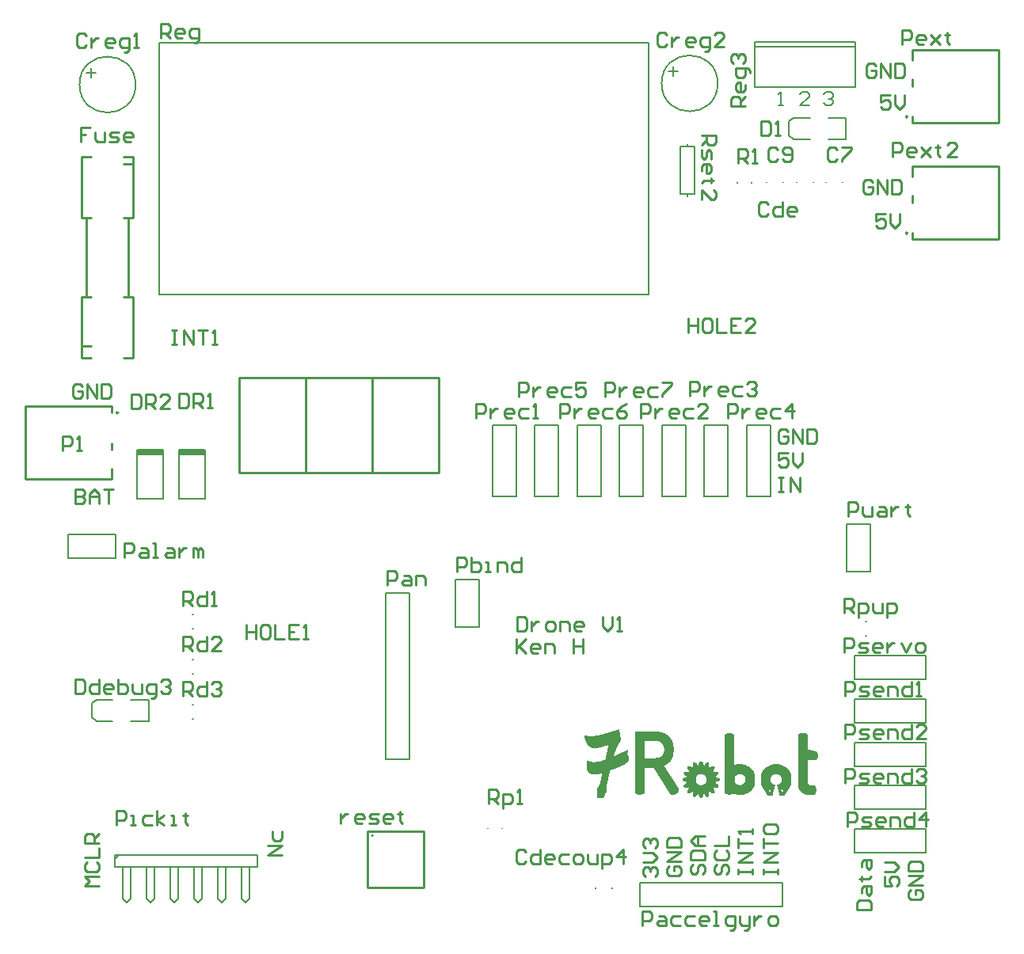
<source format=gto>
%FSLAX23Y23*%
%MOIN*%
G70*
G01*
G75*
G04 Layer_Color=65535*
%ADD10R,0.083X0.055*%
%ADD11R,0.061X0.035*%
%ADD12R,0.035X0.061*%
%ADD13R,0.067X0.039*%
%ADD14R,0.059X0.059*%
%ADD15C,0.039*%
%ADD16C,0.012*%
%ADD17C,0.020*%
%ADD18R,0.059X0.059*%
%ADD19C,0.059*%
%ADD20C,0.256*%
%ADD21C,0.118*%
%ADD22C,0.075*%
%ADD23R,0.075X0.075*%
%ADD24C,0.062*%
%ADD25R,0.062X0.062*%
%ADD26R,0.138X0.138*%
%ADD27C,0.138*%
%ADD28R,0.063X0.063*%
%ADD29C,0.063*%
%ADD30C,0.098*%
%ADD31R,0.098X0.098*%
%ADD32C,0.055*%
%ADD33C,0.079*%
%ADD34R,0.079X0.079*%
%ADD35C,0.050*%
%ADD36O,0.020X0.069*%
%ADD37O,0.069X0.020*%
%ADD38C,0.010*%
%ADD39C,0.006*%
%ADD40C,0.001*%
%ADD41C,0.008*%
%ADD42R,0.110X0.031*%
D38*
X3390Y3472D02*
G03*
X3390Y3472I-2J0D01*
G01*
X5643Y6501D02*
G03*
X5643Y6501I-4J0D01*
G01*
X2320Y5254D02*
G03*
X2320Y5254I-4J0D01*
G01*
X5643Y6011D02*
G03*
X5643Y6011I-4J0D01*
G01*
X3369Y3490D02*
X3605D01*
Y3253D02*
Y3490D01*
X3369Y3253D02*
X3605D01*
X3369D02*
Y3490D01*
X2167Y5535D02*
X2206D01*
X2344Y6302D02*
X2383D01*
X2186Y5741D02*
Y6076D01*
X2364Y5741D02*
Y6076D01*
X2344Y6332D02*
X2383D01*
X2344Y6076D02*
X2383D01*
X2167Y6332D02*
X2206D01*
X2167Y6076D02*
Y6332D01*
Y6076D02*
X2206D01*
X2383D02*
Y6332D01*
X2167Y5485D02*
Y5741D01*
Y5485D02*
X2206D01*
X2344Y5741D02*
X2383D01*
Y5485D02*
Y5741D01*
X2344Y5485D02*
X2383D01*
X2167Y5741D02*
X2206D01*
X2830Y5000D02*
X3670D01*
Y5400D01*
X2830D02*
X3670D01*
X2830Y5000D02*
Y5400D01*
X3110Y5000D02*
Y5400D01*
X3390Y5000D02*
Y5400D01*
X5663Y6737D02*
Y6782D01*
X5663Y6629D02*
X5663Y6658D01*
X6025Y6475D02*
Y6782D01*
X5663D02*
X6025D01*
X5663Y6475D02*
X6025D01*
X5663D02*
Y6500D01*
X2292Y4973D02*
Y5018D01*
Y5097D02*
X2292Y5126D01*
X1930Y4973D02*
Y5280D01*
Y4973D02*
X2292D01*
X1930Y5280D02*
X2292D01*
Y5255D02*
Y5280D01*
X5663Y6247D02*
Y6292D01*
X5663Y6139D02*
X5663Y6168D01*
X6025Y5985D02*
Y6292D01*
X5663D02*
X6025D01*
X5663Y5985D02*
X6025D01*
X5663D02*
Y6010D01*
X3995Y4300D02*
Y4240D01*
Y4260D01*
X4035Y4300D01*
X4005Y4270D01*
X4035Y4240D01*
X4085D02*
X4065D01*
X4055Y4250D01*
Y4270D01*
X4065Y4280D01*
X4085D01*
X4095Y4270D01*
Y4260D01*
X4055D01*
X4115Y4240D02*
Y4280D01*
X4145D01*
X4155Y4270D01*
Y4240D01*
X4235Y4300D02*
Y4240D01*
Y4270D01*
X4275D01*
Y4300D01*
Y4240D01*
X4000Y4395D02*
Y4335D01*
X4030D01*
X4040Y4345D01*
Y4385D01*
X4030Y4395D01*
X4000D01*
X4060Y4375D02*
Y4335D01*
Y4355D01*
X4070Y4365D01*
X4080Y4375D01*
X4090D01*
X4130Y4335D02*
X4150D01*
X4160Y4345D01*
Y4365D01*
X4150Y4375D01*
X4130D01*
X4120Y4365D01*
Y4345D01*
X4130Y4335D01*
X4180D02*
Y4375D01*
X4210D01*
X4220Y4365D01*
Y4335D01*
X4270D02*
X4250D01*
X4240Y4345D01*
Y4365D01*
X4250Y4375D01*
X4270D01*
X4280Y4365D01*
Y4355D01*
X4240D01*
X4360Y4395D02*
Y4355D01*
X4380Y4335D01*
X4400Y4355D01*
Y4395D01*
X4420Y4335D02*
X4440D01*
X4430D01*
Y4395D01*
X4420Y4385D01*
X3255Y3565D02*
Y3525D01*
Y3545D01*
X3265Y3555D01*
X3275Y3565D01*
X3285D01*
X3345Y3525D02*
X3325D01*
X3315Y3535D01*
Y3555D01*
X3325Y3565D01*
X3345D01*
X3355Y3555D01*
Y3545D01*
X3315D01*
X3375Y3525D02*
X3405D01*
X3415Y3535D01*
X3405Y3545D01*
X3385D01*
X3375Y3555D01*
X3385Y3565D01*
X3415D01*
X3465Y3525D02*
X3445D01*
X3435Y3535D01*
Y3555D01*
X3445Y3565D01*
X3465D01*
X3475Y3555D01*
Y3545D01*
X3435D01*
X3505Y3575D02*
Y3565D01*
X3495D01*
X3515D01*
X3505D01*
Y3535D01*
X3515Y3525D01*
X4960Y6545D02*
X4900D01*
Y6575D01*
X4910Y6585D01*
X4930D01*
X4940Y6575D01*
Y6545D01*
Y6565D02*
X4960Y6585D01*
Y6635D02*
Y6615D01*
X4950Y6605D01*
X4930D01*
X4920Y6615D01*
Y6635D01*
X4930Y6645D01*
X4940D01*
Y6605D01*
X4980Y6685D02*
Y6695D01*
X4970Y6705D01*
X4920D01*
Y6675D01*
X4930Y6665D01*
X4950D01*
X4960Y6675D01*
Y6705D01*
X4910Y6725D02*
X4900Y6735D01*
Y6755D01*
X4910Y6765D01*
X4920D01*
X4930Y6755D01*
Y6745D01*
Y6755D01*
X4940Y6765D01*
X4950D01*
X4960Y6755D01*
Y6735D01*
X4950Y6725D01*
X4775Y6420D02*
X4835D01*
Y6390D01*
X4825Y6380D01*
X4805D01*
X4795Y6390D01*
Y6420D01*
Y6400D02*
X4775Y6380D01*
Y6360D02*
Y6330D01*
X4785Y6320D01*
X4795Y6330D01*
Y6350D01*
X4805Y6360D01*
X4815Y6350D01*
Y6320D01*
X4775Y6270D02*
Y6290D01*
X4785Y6300D01*
X4805D01*
X4815Y6290D01*
Y6270D01*
X4805Y6260D01*
X4795D01*
Y6300D01*
X4825Y6230D02*
X4815D01*
Y6240D01*
Y6220D01*
Y6230D01*
X4785D01*
X4775Y6220D01*
Y6150D02*
Y6190D01*
X4815Y6150D01*
X4825D01*
X4835Y6160D01*
Y6180D01*
X4825Y6190D01*
X5375Y4410D02*
Y4470D01*
X5405D01*
X5415Y4460D01*
Y4440D01*
X5405Y4430D01*
X5375D01*
X5395D02*
X5415Y4410D01*
X5435Y4390D02*
Y4450D01*
X5465D01*
X5475Y4440D01*
Y4420D01*
X5465Y4410D01*
X5435D01*
X5495Y4450D02*
Y4420D01*
X5505Y4410D01*
X5535D01*
Y4450D01*
X5555Y4390D02*
Y4450D01*
X5585D01*
X5595Y4440D01*
Y4420D01*
X5585Y4410D01*
X5555D01*
X3880Y3607D02*
Y3667D01*
X3910D01*
X3920Y3657D01*
Y3637D01*
X3910Y3627D01*
X3880D01*
X3900D02*
X3920Y3607D01*
X3940Y3587D02*
Y3647D01*
X3970D01*
X3980Y3637D01*
Y3617D01*
X3970Y3607D01*
X3940D01*
X4000D02*
X4020D01*
X4010D01*
Y3667D01*
X4000Y3657D01*
X2500Y6830D02*
Y6890D01*
X2530D01*
X2540Y6880D01*
Y6860D01*
X2530Y6850D01*
X2500D01*
X2520D02*
X2540Y6830D01*
X2590D02*
X2570D01*
X2560Y6840D01*
Y6860D01*
X2570Y6870D01*
X2590D01*
X2600Y6860D01*
Y6850D01*
X2560D01*
X2640Y6810D02*
X2650D01*
X2660Y6820D01*
Y6870D01*
X2630D01*
X2620Y6860D01*
Y6840D01*
X2630Y6830D01*
X2660D01*
X2592Y4060D02*
Y4120D01*
X2622D01*
X2632Y4110D01*
Y4090D01*
X2622Y4080D01*
X2592D01*
X2612D02*
X2632Y4060D01*
X2692Y4120D02*
Y4060D01*
X2662D01*
X2652Y4070D01*
Y4090D01*
X2662Y4100D01*
X2692D01*
X2712Y4110D02*
X2722Y4120D01*
X2742D01*
X2752Y4110D01*
Y4100D01*
X2742Y4090D01*
X2732D01*
X2742D01*
X2752Y4080D01*
Y4070D01*
X2742Y4060D01*
X2722D01*
X2712Y4070D01*
X2592Y4250D02*
Y4310D01*
X2622D01*
X2632Y4300D01*
Y4280D01*
X2622Y4270D01*
X2592D01*
X2612D02*
X2632Y4250D01*
X2692Y4310D02*
Y4250D01*
X2662D01*
X2652Y4260D01*
Y4280D01*
X2662Y4290D01*
X2692D01*
X2752Y4250D02*
X2712D01*
X2752Y4290D01*
Y4300D01*
X2742Y4310D01*
X2722D01*
X2712Y4300D01*
X2592Y4440D02*
Y4500D01*
X2622D01*
X2632Y4490D01*
Y4470D01*
X2622Y4460D01*
X2592D01*
X2612D02*
X2632Y4440D01*
X2692Y4500D02*
Y4440D01*
X2662D01*
X2652Y4450D01*
Y4470D01*
X2662Y4480D01*
X2692D01*
X2712Y4440D02*
X2732D01*
X2722D01*
Y4500D01*
X2712Y4490D01*
X4930Y6304D02*
Y6364D01*
X4960D01*
X4970Y6354D01*
Y6334D01*
X4960Y6324D01*
X4930D01*
X4950D02*
X4970Y6304D01*
X4990D02*
X5010D01*
X5000D01*
Y6364D01*
X4990Y6354D01*
X5391Y4819D02*
Y4879D01*
X5421D01*
X5431Y4869D01*
Y4849D01*
X5421Y4839D01*
X5391D01*
X5451Y4859D02*
Y4829D01*
X5461Y4819D01*
X5491D01*
Y4859D01*
X5521D02*
X5541D01*
X5551Y4849D01*
Y4819D01*
X5521D01*
X5511Y4829D01*
X5521Y4839D01*
X5551D01*
X5571Y4859D02*
Y4819D01*
Y4839D01*
X5581Y4849D01*
X5591Y4859D01*
X5601D01*
X5641Y4869D02*
Y4859D01*
X5631D01*
X5651D01*
X5641D01*
Y4829D01*
X5651Y4819D01*
X5375Y4245D02*
Y4305D01*
X5405D01*
X5415Y4295D01*
Y4275D01*
X5405Y4265D01*
X5375D01*
X5435Y4245D02*
X5465D01*
X5475Y4255D01*
X5465Y4265D01*
X5445D01*
X5435Y4275D01*
X5445Y4285D01*
X5475D01*
X5525Y4245D02*
X5505D01*
X5495Y4255D01*
Y4275D01*
X5505Y4285D01*
X5525D01*
X5535Y4275D01*
Y4265D01*
X5495D01*
X5555Y4285D02*
Y4245D01*
Y4265D01*
X5565Y4275D01*
X5575Y4285D01*
X5585D01*
X5615D02*
X5635Y4245D01*
X5655Y4285D01*
X5685Y4245D02*
X5705D01*
X5715Y4255D01*
Y4275D01*
X5705Y4285D01*
X5685D01*
X5675Y4275D01*
Y4255D01*
X5685Y4245D01*
X5390Y3510D02*
Y3570D01*
X5420D01*
X5430Y3560D01*
Y3540D01*
X5420Y3530D01*
X5390D01*
X5450Y3510D02*
X5480D01*
X5490Y3520D01*
X5480Y3530D01*
X5460D01*
X5450Y3540D01*
X5460Y3550D01*
X5490D01*
X5540Y3510D02*
X5520D01*
X5510Y3520D01*
Y3540D01*
X5520Y3550D01*
X5540D01*
X5550Y3540D01*
Y3530D01*
X5510D01*
X5570Y3510D02*
Y3550D01*
X5600D01*
X5610Y3540D01*
Y3510D01*
X5670Y3570D02*
Y3510D01*
X5640D01*
X5630Y3520D01*
Y3540D01*
X5640Y3550D01*
X5670D01*
X5720Y3510D02*
Y3570D01*
X5690Y3540D01*
X5730D01*
X5380Y3695D02*
Y3755D01*
X5410D01*
X5420Y3745D01*
Y3725D01*
X5410Y3715D01*
X5380D01*
X5440Y3695D02*
X5470D01*
X5480Y3705D01*
X5470Y3715D01*
X5450D01*
X5440Y3725D01*
X5450Y3735D01*
X5480D01*
X5530Y3695D02*
X5510D01*
X5500Y3705D01*
Y3725D01*
X5510Y3735D01*
X5530D01*
X5540Y3725D01*
Y3715D01*
X5500D01*
X5560Y3695D02*
Y3735D01*
X5590D01*
X5600Y3725D01*
Y3695D01*
X5660Y3755D02*
Y3695D01*
X5630D01*
X5620Y3705D01*
Y3725D01*
X5630Y3735D01*
X5660D01*
X5680Y3745D02*
X5690Y3755D01*
X5710D01*
X5720Y3745D01*
Y3735D01*
X5710Y3725D01*
X5700D01*
X5710D01*
X5720Y3715D01*
Y3705D01*
X5710Y3695D01*
X5690D01*
X5680Y3705D01*
X5380Y3880D02*
Y3940D01*
X5410D01*
X5420Y3930D01*
Y3910D01*
X5410Y3900D01*
X5380D01*
X5440Y3880D02*
X5470D01*
X5480Y3890D01*
X5470Y3900D01*
X5450D01*
X5440Y3910D01*
X5450Y3920D01*
X5480D01*
X5530Y3880D02*
X5510D01*
X5500Y3890D01*
Y3910D01*
X5510Y3920D01*
X5530D01*
X5540Y3910D01*
Y3900D01*
X5500D01*
X5560Y3880D02*
Y3920D01*
X5590D01*
X5600Y3910D01*
Y3880D01*
X5660Y3940D02*
Y3880D01*
X5630D01*
X5620Y3890D01*
Y3910D01*
X5630Y3920D01*
X5660D01*
X5720Y3880D02*
X5680D01*
X5720Y3920D01*
Y3930D01*
X5710Y3940D01*
X5690D01*
X5680Y3930D01*
X5380Y4060D02*
Y4120D01*
X5410D01*
X5420Y4110D01*
Y4090D01*
X5410Y4080D01*
X5380D01*
X5440Y4060D02*
X5470D01*
X5480Y4070D01*
X5470Y4080D01*
X5450D01*
X5440Y4090D01*
X5450Y4100D01*
X5480D01*
X5530Y4060D02*
X5510D01*
X5500Y4070D01*
Y4090D01*
X5510Y4100D01*
X5530D01*
X5540Y4090D01*
Y4080D01*
X5500D01*
X5560Y4060D02*
Y4100D01*
X5590D01*
X5600Y4090D01*
Y4060D01*
X5660Y4120D02*
Y4060D01*
X5630D01*
X5620Y4070D01*
Y4090D01*
X5630Y4100D01*
X5660D01*
X5680Y4060D02*
X5700D01*
X5690D01*
Y4120D01*
X5680Y4110D01*
X4370Y5320D02*
Y5380D01*
X4400D01*
X4410Y5370D01*
Y5350D01*
X4400Y5340D01*
X4370D01*
X4430Y5360D02*
Y5320D01*
Y5340D01*
X4440Y5350D01*
X4450Y5360D01*
X4460D01*
X4520Y5320D02*
X4500D01*
X4490Y5330D01*
Y5350D01*
X4500Y5360D01*
X4520D01*
X4530Y5350D01*
Y5340D01*
X4490D01*
X4590Y5360D02*
X4560D01*
X4550Y5350D01*
Y5330D01*
X4560Y5320D01*
X4590D01*
X4610Y5380D02*
X4650D01*
Y5370D01*
X4610Y5330D01*
Y5320D01*
X4180Y5230D02*
Y5290D01*
X4210D01*
X4220Y5280D01*
Y5260D01*
X4210Y5250D01*
X4180D01*
X4240Y5270D02*
Y5230D01*
Y5250D01*
X4250Y5260D01*
X4260Y5270D01*
X4270D01*
X4330Y5230D02*
X4310D01*
X4300Y5240D01*
Y5260D01*
X4310Y5270D01*
X4330D01*
X4340Y5260D01*
Y5250D01*
X4300D01*
X4400Y5270D02*
X4370D01*
X4360Y5260D01*
Y5240D01*
X4370Y5230D01*
X4400D01*
X4460Y5290D02*
X4440Y5280D01*
X4420Y5260D01*
Y5240D01*
X4430Y5230D01*
X4450D01*
X4460Y5240D01*
Y5250D01*
X4450Y5260D01*
X4420D01*
X4005Y5320D02*
Y5380D01*
X4035D01*
X4045Y5370D01*
Y5350D01*
X4035Y5340D01*
X4005D01*
X4065Y5360D02*
Y5320D01*
Y5340D01*
X4075Y5350D01*
X4085Y5360D01*
X4095D01*
X4155Y5320D02*
X4135D01*
X4125Y5330D01*
Y5350D01*
X4135Y5360D01*
X4155D01*
X4165Y5350D01*
Y5340D01*
X4125D01*
X4225Y5360D02*
X4195D01*
X4185Y5350D01*
Y5330D01*
X4195Y5320D01*
X4225D01*
X4285Y5380D02*
X4245D01*
Y5350D01*
X4265Y5360D01*
X4275D01*
X4285Y5350D01*
Y5330D01*
X4275Y5320D01*
X4255D01*
X4245Y5330D01*
X4885Y5230D02*
Y5290D01*
X4915D01*
X4925Y5280D01*
Y5260D01*
X4915Y5250D01*
X4885D01*
X4945Y5270D02*
Y5230D01*
Y5250D01*
X4955Y5260D01*
X4965Y5270D01*
X4975D01*
X5035Y5230D02*
X5015D01*
X5005Y5240D01*
Y5260D01*
X5015Y5270D01*
X5035D01*
X5045Y5260D01*
Y5250D01*
X5005D01*
X5105Y5270D02*
X5075D01*
X5065Y5260D01*
Y5240D01*
X5075Y5230D01*
X5105D01*
X5155D02*
Y5290D01*
X5125Y5260D01*
X5165D01*
X4725Y5325D02*
Y5385D01*
X4755D01*
X4765Y5375D01*
Y5355D01*
X4755Y5345D01*
X4725D01*
X4785Y5365D02*
Y5325D01*
Y5345D01*
X4795Y5355D01*
X4805Y5365D01*
X4815D01*
X4875Y5325D02*
X4855D01*
X4845Y5335D01*
Y5355D01*
X4855Y5365D01*
X4875D01*
X4885Y5355D01*
Y5345D01*
X4845D01*
X4945Y5365D02*
X4915D01*
X4905Y5355D01*
Y5335D01*
X4915Y5325D01*
X4945D01*
X4965Y5375D02*
X4975Y5385D01*
X4995D01*
X5005Y5375D01*
Y5365D01*
X4995Y5355D01*
X4985D01*
X4995D01*
X5005Y5345D01*
Y5335D01*
X4995Y5325D01*
X4975D01*
X4965Y5335D01*
X4520Y5230D02*
Y5290D01*
X4550D01*
X4560Y5280D01*
Y5260D01*
X4550Y5250D01*
X4520D01*
X4580Y5270D02*
Y5230D01*
Y5250D01*
X4590Y5260D01*
X4600Y5270D01*
X4610D01*
X4670Y5230D02*
X4650D01*
X4640Y5240D01*
Y5260D01*
X4650Y5270D01*
X4670D01*
X4680Y5260D01*
Y5250D01*
X4640D01*
X4740Y5270D02*
X4710D01*
X4700Y5260D01*
Y5240D01*
X4710Y5230D01*
X4740D01*
X4800D02*
X4760D01*
X4800Y5270D01*
Y5280D01*
X4790Y5290D01*
X4770D01*
X4760Y5280D01*
X3825Y5230D02*
Y5290D01*
X3855D01*
X3865Y5280D01*
Y5260D01*
X3855Y5250D01*
X3825D01*
X3885Y5270D02*
Y5230D01*
Y5250D01*
X3895Y5260D01*
X3905Y5270D01*
X3915D01*
X3975Y5230D02*
X3955D01*
X3945Y5240D01*
Y5260D01*
X3955Y5270D01*
X3975D01*
X3985Y5260D01*
Y5250D01*
X3945D01*
X4045Y5270D02*
X4015D01*
X4005Y5260D01*
Y5240D01*
X4015Y5230D01*
X4045D01*
X4065D02*
X4085D01*
X4075D01*
Y5290D01*
X4065Y5280D01*
X2311Y3519D02*
Y3579D01*
X2341D01*
X2351Y3569D01*
Y3549D01*
X2341Y3539D01*
X2311D01*
X2371Y3519D02*
X2391D01*
X2381D01*
Y3559D01*
X2371D01*
X2461D02*
X2431D01*
X2421Y3549D01*
Y3529D01*
X2431Y3519D01*
X2461D01*
X2481D02*
Y3579D01*
Y3539D02*
X2511Y3559D01*
X2481Y3539D02*
X2511Y3519D01*
X2541D02*
X2561D01*
X2551D01*
Y3559D01*
X2541D01*
X2601Y3569D02*
Y3559D01*
X2591D01*
X2611D01*
X2601D01*
Y3529D01*
X2611Y3519D01*
X5620Y6805D02*
Y6865D01*
X5650D01*
X5660Y6855D01*
Y6835D01*
X5650Y6825D01*
X5620D01*
X5710Y6805D02*
X5690D01*
X5680Y6815D01*
Y6835D01*
X5690Y6845D01*
X5710D01*
X5720Y6835D01*
Y6825D01*
X5680D01*
X5740Y6845D02*
X5780Y6805D01*
X5760Y6825D01*
X5780Y6845D01*
X5740Y6805D01*
X5810Y6855D02*
Y6845D01*
X5800D01*
X5820D01*
X5810D01*
Y6815D01*
X5820Y6805D01*
X5580Y6330D02*
Y6390D01*
X5610D01*
X5620Y6380D01*
Y6360D01*
X5610Y6350D01*
X5580D01*
X5670Y6330D02*
X5650D01*
X5640Y6340D01*
Y6360D01*
X5650Y6370D01*
X5670D01*
X5680Y6360D01*
Y6350D01*
X5640D01*
X5700Y6370D02*
X5740Y6330D01*
X5720Y6350D01*
X5740Y6370D01*
X5700Y6330D01*
X5770Y6380D02*
Y6370D01*
X5760D01*
X5780D01*
X5770D01*
Y6340D01*
X5780Y6330D01*
X5850D02*
X5810D01*
X5850Y6370D01*
Y6380D01*
X5840Y6390D01*
X5820D01*
X5810Y6380D01*
X3747Y4583D02*
Y4643D01*
X3776D01*
X3786Y4633D01*
Y4613D01*
X3776Y4603D01*
X3747D01*
X3806Y4643D02*
Y4583D01*
X3836D01*
X3846Y4593D01*
Y4603D01*
Y4613D01*
X3836Y4623D01*
X3806D01*
X3866Y4583D02*
X3886D01*
X3876D01*
Y4623D01*
X3866D01*
X3916Y4583D02*
Y4623D01*
X3946D01*
X3956Y4613D01*
Y4583D01*
X4016Y4643D02*
Y4583D01*
X3986D01*
X3976Y4593D01*
Y4613D01*
X3986Y4623D01*
X4016D01*
X3451Y4529D02*
Y4588D01*
X3481D01*
X3491Y4578D01*
Y4558D01*
X3481Y4548D01*
X3451D01*
X3521Y4568D02*
X3541D01*
X3551Y4558D01*
Y4529D01*
X3521D01*
X3511Y4538D01*
X3521Y4548D01*
X3551D01*
X3571Y4529D02*
Y4568D01*
X3601D01*
X3611Y4558D01*
Y4529D01*
X2345Y4645D02*
Y4705D01*
X2375D01*
X2385Y4695D01*
Y4675D01*
X2375Y4665D01*
X2345D01*
X2415Y4685D02*
X2435D01*
X2445Y4675D01*
Y4645D01*
X2415D01*
X2405Y4655D01*
X2415Y4665D01*
X2445D01*
X2465Y4645D02*
X2485D01*
X2475D01*
Y4705D01*
X2465D01*
X2525Y4685D02*
X2545D01*
X2555Y4675D01*
Y4645D01*
X2525D01*
X2515Y4655D01*
X2525Y4665D01*
X2555D01*
X2575Y4685D02*
Y4645D01*
Y4665D01*
X2585Y4675D01*
X2595Y4685D01*
X2605D01*
X2635Y4645D02*
Y4685D01*
X2645D01*
X2655Y4675D01*
Y4645D01*
Y4675D01*
X2665Y4685D01*
X2675Y4675D01*
Y4645D01*
X4525Y3095D02*
Y3155D01*
X4555D01*
X4565Y3145D01*
Y3125D01*
X4555Y3115D01*
X4525D01*
X4595Y3135D02*
X4615D01*
X4625Y3125D01*
Y3095D01*
X4595D01*
X4585Y3105D01*
X4595Y3115D01*
X4625D01*
X4685Y3135D02*
X4655D01*
X4645Y3125D01*
Y3105D01*
X4655Y3095D01*
X4685D01*
X4745Y3135D02*
X4715D01*
X4705Y3125D01*
Y3105D01*
X4715Y3095D01*
X4745D01*
X4795D02*
X4775D01*
X4765Y3105D01*
Y3125D01*
X4775Y3135D01*
X4795D01*
X4805Y3125D01*
Y3115D01*
X4765D01*
X4825Y3095D02*
X4845D01*
X4835D01*
Y3155D01*
X4825D01*
X4895Y3075D02*
X4905D01*
X4915Y3085D01*
Y3135D01*
X4885D01*
X4875Y3125D01*
Y3105D01*
X4885Y3095D01*
X4915D01*
X4935Y3135D02*
Y3105D01*
X4945Y3095D01*
X4975D01*
Y3085D01*
X4965Y3075D01*
X4955D01*
X4975Y3095D02*
Y3135D01*
X4995D02*
Y3095D01*
Y3115D01*
X5005Y3125D01*
X5015Y3135D01*
X5025D01*
X5065Y3095D02*
X5085D01*
X5095Y3105D01*
Y3125D01*
X5085Y3135D01*
X5065D01*
X5055Y3125D01*
Y3105D01*
X5065Y3095D01*
X2085Y5095D02*
Y5155D01*
X2115D01*
X2125Y5145D01*
Y5125D01*
X2115Y5115D01*
X2085D01*
X2145Y5095D02*
X2165D01*
X2155D01*
Y5155D01*
X2145Y5145D01*
X2545Y5600D02*
X2565D01*
X2555D01*
Y5540D01*
X2545D01*
X2565D01*
X2595D02*
Y5600D01*
X2635Y5540D01*
Y5600D01*
X2655D02*
X2695D01*
X2675D01*
Y5540D01*
X2715D02*
X2735D01*
X2725D01*
Y5600D01*
X2715Y5590D01*
X4720Y5650D02*
Y5590D01*
Y5620D01*
X4760D01*
Y5650D01*
Y5590D01*
X4810Y5650D02*
X4790D01*
X4780Y5640D01*
Y5600D01*
X4790Y5590D01*
X4810D01*
X4820Y5600D01*
Y5640D01*
X4810Y5650D01*
X4840D02*
Y5590D01*
X4880D01*
X4940Y5650D02*
X4900D01*
Y5590D01*
X4940D01*
X4900Y5620D02*
X4920D01*
X5000Y5590D02*
X4960D01*
X5000Y5630D01*
Y5640D01*
X4990Y5650D01*
X4970D01*
X4960Y5640D01*
X2859Y4361D02*
Y4301D01*
Y4331D01*
X2898D01*
Y4361D01*
Y4301D01*
X2948Y4361D02*
X2928D01*
X2918Y4351D01*
Y4311D01*
X2928Y4301D01*
X2948D01*
X2958Y4311D01*
Y4351D01*
X2948Y4361D01*
X2978D02*
Y4301D01*
X3018D01*
X3078Y4361D02*
X3038D01*
Y4301D01*
X3078D01*
X3038Y4331D02*
X3058D01*
X3098Y4301D02*
X3118D01*
X3108D01*
Y4361D01*
X3098Y4351D01*
X2202Y6455D02*
X2162D01*
Y6425D01*
X2182D01*
X2162D01*
Y6396D01*
X2222Y6435D02*
Y6405D01*
X2232Y6396D01*
X2262D01*
Y6435D01*
X2282Y6396D02*
X2312D01*
X2322Y6405D01*
X2312Y6415D01*
X2292D01*
X2282Y6425D01*
X2292Y6435D01*
X2322D01*
X2372Y6396D02*
X2352D01*
X2342Y6405D01*
Y6425D01*
X2352Y6435D01*
X2372D01*
X2382Y6425D01*
Y6415D01*
X2342D01*
X2375Y5330D02*
Y5270D01*
X2405D01*
X2415Y5280D01*
Y5320D01*
X2405Y5330D01*
X2375D01*
X2435Y5270D02*
Y5330D01*
X2465D01*
X2475Y5320D01*
Y5300D01*
X2465Y5290D01*
X2435D01*
X2455D02*
X2475Y5270D01*
X2535D02*
X2495D01*
X2535Y5310D01*
Y5320D01*
X2525Y5330D01*
X2505D01*
X2495Y5320D01*
X2575Y5335D02*
Y5275D01*
X2605D01*
X2615Y5285D01*
Y5325D01*
X2605Y5335D01*
X2575D01*
X2635Y5275D02*
Y5335D01*
X2665D01*
X2675Y5325D01*
Y5305D01*
X2665Y5295D01*
X2635D01*
X2655D02*
X2675Y5275D01*
X2695D02*
X2715D01*
X2705D01*
Y5335D01*
X2695Y5325D01*
X2140Y4130D02*
Y4070D01*
X2170D01*
X2180Y4080D01*
Y4120D01*
X2170Y4130D01*
X2140D01*
X2240D02*
Y4070D01*
X2210D01*
X2200Y4080D01*
Y4100D01*
X2210Y4110D01*
X2240D01*
X2290Y4070D02*
X2270D01*
X2260Y4080D01*
Y4100D01*
X2270Y4110D01*
X2290D01*
X2300Y4100D01*
Y4090D01*
X2260D01*
X2320Y4130D02*
Y4070D01*
X2350D01*
X2360Y4080D01*
Y4090D01*
Y4100D01*
X2350Y4110D01*
X2320D01*
X2380D02*
Y4080D01*
X2390Y4070D01*
X2420D01*
Y4110D01*
X2460Y4050D02*
X2470D01*
X2480Y4060D01*
Y4110D01*
X2450D01*
X2440Y4100D01*
Y4080D01*
X2450Y4070D01*
X2480D01*
X2500Y4120D02*
X2510Y4130D01*
X2530D01*
X2540Y4120D01*
Y4110D01*
X2530Y4100D01*
X2520D01*
X2530D01*
X2540Y4090D01*
Y4080D01*
X2530Y4070D01*
X2510D01*
X2500Y4080D01*
X5025Y6480D02*
Y6420D01*
X5055D01*
X5065Y6430D01*
Y6470D01*
X5055Y6480D01*
X5025D01*
X5085Y6420D02*
X5105D01*
X5095D01*
Y6480D01*
X5085Y6470D01*
X4630Y6845D02*
X4620Y6855D01*
X4600D01*
X4590Y6845D01*
Y6805D01*
X4600Y6795D01*
X4620D01*
X4630Y6805D01*
X4650Y6835D02*
Y6795D01*
Y6815D01*
X4660Y6825D01*
X4670Y6835D01*
X4680D01*
X4740Y6795D02*
X4720D01*
X4710Y6805D01*
Y6825D01*
X4720Y6835D01*
X4740D01*
X4750Y6825D01*
Y6815D01*
X4710D01*
X4790Y6775D02*
X4800D01*
X4810Y6785D01*
Y6835D01*
X4780D01*
X4770Y6825D01*
Y6805D01*
X4780Y6795D01*
X4810D01*
X4870D02*
X4830D01*
X4870Y6835D01*
Y6845D01*
X4860Y6855D01*
X4840D01*
X4830Y6845D01*
X2185Y6840D02*
X2175Y6850D01*
X2155D01*
X2145Y6840D01*
Y6800D01*
X2155Y6790D01*
X2175D01*
X2185Y6800D01*
X2205Y6830D02*
Y6790D01*
Y6810D01*
X2215Y6820D01*
X2225Y6830D01*
X2235D01*
X2295Y6790D02*
X2275D01*
X2265Y6800D01*
Y6820D01*
X2275Y6830D01*
X2295D01*
X2305Y6820D01*
Y6810D01*
X2265D01*
X2345Y6770D02*
X2355D01*
X2365Y6780D01*
Y6830D01*
X2335D01*
X2325Y6820D01*
Y6800D01*
X2335Y6790D01*
X2365D01*
X2385D02*
X2405D01*
X2395D01*
Y6850D01*
X2385Y6840D01*
X4035Y3405D02*
X4025Y3415D01*
X4005D01*
X3995Y3405D01*
Y3365D01*
X4005Y3355D01*
X4025D01*
X4035Y3365D01*
X4095Y3415D02*
Y3355D01*
X4065D01*
X4055Y3365D01*
Y3385D01*
X4065Y3395D01*
X4095D01*
X4145Y3355D02*
X4125D01*
X4115Y3365D01*
Y3385D01*
X4125Y3395D01*
X4145D01*
X4155Y3385D01*
Y3375D01*
X4115D01*
X4215Y3395D02*
X4185D01*
X4175Y3385D01*
Y3365D01*
X4185Y3355D01*
X4215D01*
X4245D02*
X4265D01*
X4275Y3365D01*
Y3385D01*
X4265Y3395D01*
X4245D01*
X4235Y3385D01*
Y3365D01*
X4245Y3355D01*
X4295Y3395D02*
Y3365D01*
X4305Y3355D01*
X4335D01*
Y3395D01*
X4355Y3335D02*
Y3395D01*
X4385D01*
X4395Y3385D01*
Y3365D01*
X4385Y3355D01*
X4355D01*
X4445D02*
Y3415D01*
X4415Y3385D01*
X4455D01*
X5055Y6130D02*
X5045Y6140D01*
X5025D01*
X5015Y6130D01*
Y6090D01*
X5025Y6080D01*
X5045D01*
X5055Y6090D01*
X5115Y6140D02*
Y6080D01*
X5085D01*
X5075Y6090D01*
Y6110D01*
X5085Y6120D01*
X5115D01*
X5165Y6080D02*
X5145D01*
X5135Y6090D01*
Y6110D01*
X5145Y6120D01*
X5165D01*
X5175Y6110D01*
Y6100D01*
X5135D01*
X5096Y6362D02*
X5086Y6372D01*
X5066D01*
X5056Y6362D01*
Y6322D01*
X5066Y6312D01*
X5086D01*
X5096Y6322D01*
X5116D02*
X5126Y6312D01*
X5146D01*
X5156Y6322D01*
Y6362D01*
X5146Y6372D01*
X5126D01*
X5116Y6362D01*
Y6352D01*
X5126Y6342D01*
X5156D01*
X5346Y6362D02*
X5336Y6372D01*
X5316D01*
X5306Y6362D01*
Y6322D01*
X5316Y6312D01*
X5336D01*
X5346Y6322D01*
X5366Y6372D02*
X5406D01*
Y6362D01*
X5366Y6322D01*
Y6312D01*
X5430Y3160D02*
X5490D01*
Y3190D01*
X5480Y3200D01*
X5440D01*
X5430Y3190D01*
Y3160D01*
X5450Y3230D02*
Y3250D01*
X5460Y3260D01*
X5490D01*
Y3230D01*
X5480Y3220D01*
X5470Y3230D01*
Y3260D01*
X5440Y3290D02*
X5450D01*
Y3280D01*
Y3300D01*
Y3290D01*
X5480D01*
X5490Y3300D01*
X5450Y3340D02*
Y3360D01*
X5460Y3370D01*
X5490D01*
Y3340D01*
X5480Y3330D01*
X5470Y3340D01*
Y3370D01*
X4540Y3300D02*
X4530Y3310D01*
Y3330D01*
X4540Y3340D01*
X4550D01*
X4560Y3330D01*
Y3320D01*
Y3330D01*
X4570Y3340D01*
X4580D01*
X4590Y3330D01*
Y3310D01*
X4580Y3300D01*
X4530Y3360D02*
X4570D01*
X4590Y3380D01*
X4570Y3400D01*
X4530D01*
X4540Y3420D02*
X4530Y3430D01*
Y3450D01*
X4540Y3460D01*
X4550D01*
X4560Y3450D01*
Y3440D01*
Y3450D01*
X4570Y3460D01*
X4580D01*
X4590Y3450D01*
Y3430D01*
X4580Y3420D01*
X4640Y3345D02*
X4630Y3335D01*
Y3315D01*
X4640Y3305D01*
X4680D01*
X4690Y3315D01*
Y3335D01*
X4680Y3345D01*
X4660D01*
Y3325D01*
X4690Y3365D02*
X4630D01*
X4690Y3405D01*
X4630D01*
Y3425D02*
X4690D01*
Y3455D01*
X4680Y3465D01*
X4640D01*
X4630Y3455D01*
Y3425D01*
X4740Y3350D02*
X4730Y3340D01*
Y3320D01*
X4740Y3310D01*
X4750D01*
X4760Y3320D01*
Y3340D01*
X4770Y3350D01*
X4780D01*
X4790Y3340D01*
Y3320D01*
X4780Y3310D01*
X4730Y3370D02*
X4790D01*
Y3400D01*
X4780Y3410D01*
X4740D01*
X4730Y3400D01*
Y3370D01*
X4790Y3430D02*
X4750D01*
X4730Y3450D01*
X4750Y3470D01*
X4790D01*
X4760D01*
Y3430D01*
X4840Y3350D02*
X4830Y3340D01*
Y3320D01*
X4840Y3310D01*
X4850D01*
X4860Y3320D01*
Y3340D01*
X4870Y3350D01*
X4880D01*
X4890Y3340D01*
Y3320D01*
X4880Y3310D01*
X4840Y3410D02*
X4830Y3400D01*
Y3380D01*
X4840Y3370D01*
X4880D01*
X4890Y3380D01*
Y3400D01*
X4880Y3410D01*
X4830Y3430D02*
X4890D01*
Y3470D01*
X4930Y3310D02*
Y3330D01*
Y3320D01*
X4990D01*
Y3310D01*
Y3330D01*
Y3360D02*
X4930D01*
X4990Y3400D01*
X4930D01*
Y3420D02*
Y3460D01*
Y3440D01*
X4990D01*
Y3480D02*
Y3500D01*
Y3490D01*
X4930D01*
X4940Y3480D01*
X5035Y3310D02*
Y3330D01*
Y3320D01*
X5095D01*
Y3310D01*
Y3330D01*
Y3360D02*
X5035D01*
X5095Y3400D01*
X5035D01*
Y3420D02*
Y3460D01*
Y3440D01*
X5095D01*
X5045Y3480D02*
X5035Y3490D01*
Y3510D01*
X5045Y3520D01*
X5085D01*
X5095Y3510D01*
Y3490D01*
X5085Y3480D01*
X5045D01*
X5545Y3300D02*
Y3260D01*
X5575D01*
X5565Y3280D01*
Y3290D01*
X5575Y3300D01*
X5595D01*
X5605Y3290D01*
Y3270D01*
X5595Y3260D01*
X5545Y3320D02*
X5585D01*
X5605Y3340D01*
X5585Y3360D01*
X5545D01*
X5655Y3245D02*
X5645Y3235D01*
Y3215D01*
X5655Y3205D01*
X5695D01*
X5705Y3215D01*
Y3235D01*
X5695Y3245D01*
X5675D01*
Y3225D01*
X5705Y3265D02*
X5645D01*
X5705Y3305D01*
X5645D01*
Y3325D02*
X5705D01*
Y3355D01*
X5695Y3365D01*
X5655D01*
X5645Y3355D01*
Y3325D01*
X5140Y5175D02*
X5130Y5185D01*
X5110D01*
X5100Y5175D01*
Y5135D01*
X5110Y5125D01*
X5130D01*
X5140Y5135D01*
Y5155D01*
X5120D01*
X5160Y5125D02*
Y5185D01*
X5200Y5125D01*
Y5185D01*
X5220D02*
Y5125D01*
X5250D01*
X5260Y5135D01*
Y5175D01*
X5250Y5185D01*
X5220D01*
X5140Y5085D02*
X5100D01*
Y5055D01*
X5120Y5065D01*
X5130D01*
X5140Y5055D01*
Y5035D01*
X5130Y5025D01*
X5110D01*
X5100Y5035D01*
X5160Y5085D02*
Y5045D01*
X5180Y5025D01*
X5200Y5045D01*
Y5085D01*
X5100Y4980D02*
X5120D01*
X5110D01*
Y4920D01*
X5100D01*
X5120D01*
X5150D02*
Y4980D01*
X5190Y4920D01*
Y4980D01*
X2170Y5365D02*
X2160Y5375D01*
X2140D01*
X2130Y5365D01*
Y5325D01*
X2140Y5315D01*
X2160D01*
X2170Y5325D01*
Y5345D01*
X2150D01*
X2190Y5315D02*
Y5375D01*
X2230Y5315D01*
Y5375D01*
X2250D02*
Y5315D01*
X2280D01*
X2290Y5325D01*
Y5365D01*
X2280Y5375D01*
X2250D01*
X2140Y4930D02*
Y4870D01*
X2170D01*
X2180Y4880D01*
Y4890D01*
X2170Y4900D01*
X2140D01*
X2170D01*
X2180Y4910D01*
Y4920D01*
X2170Y4930D01*
X2140D01*
X2200Y4870D02*
Y4910D01*
X2220Y4930D01*
X2240Y4910D01*
Y4870D01*
Y4900D01*
X2200D01*
X2260Y4930D02*
X2300D01*
X2280D01*
Y4870D01*
X5550Y6090D02*
X5510D01*
Y6060D01*
X5530Y6070D01*
X5540D01*
X5550Y6060D01*
Y6040D01*
X5540Y6030D01*
X5520D01*
X5510Y6040D01*
X5570Y6090D02*
Y6050D01*
X5590Y6030D01*
X5610Y6050D01*
Y6090D01*
X5570Y6590D02*
X5530D01*
Y6560D01*
X5550Y6570D01*
X5560D01*
X5570Y6560D01*
Y6540D01*
X5560Y6530D01*
X5540D01*
X5530Y6540D01*
X5590Y6590D02*
Y6550D01*
X5610Y6530D01*
X5630Y6550D01*
Y6590D01*
X5495Y6225D02*
X5485Y6235D01*
X5465D01*
X5455Y6225D01*
Y6185D01*
X5465Y6175D01*
X5485D01*
X5495Y6185D01*
Y6205D01*
X5475D01*
X5515Y6175D02*
Y6235D01*
X5555Y6175D01*
Y6235D01*
X5575D02*
Y6175D01*
X5605D01*
X5615Y6185D01*
Y6225D01*
X5605Y6235D01*
X5575D01*
X5510Y6715D02*
X5500Y6725D01*
X5480D01*
X5470Y6715D01*
Y6675D01*
X5480Y6665D01*
X5500D01*
X5510Y6675D01*
Y6695D01*
X5490D01*
X5530Y6665D02*
Y6725D01*
X5570Y6665D01*
Y6725D01*
X5590D02*
Y6665D01*
X5620D01*
X5630Y6675D01*
Y6715D01*
X5620Y6725D01*
X5590D01*
X3010Y3390D02*
X2950D01*
X3010Y3430D01*
X2950D01*
X2970Y3490D02*
Y3460D01*
X2980Y3450D01*
X3000D01*
X3010Y3460D01*
Y3490D01*
X2240Y3260D02*
X2180D01*
X2200Y3280D01*
X2180Y3300D01*
X2240D01*
X2190Y3360D02*
X2180Y3350D01*
Y3330D01*
X2190Y3320D01*
X2230D01*
X2240Y3330D01*
Y3350D01*
X2230Y3360D01*
X2180Y3380D02*
X2240D01*
Y3420D01*
Y3440D02*
X2180D01*
Y3470D01*
X2190Y3480D01*
X2210D01*
X2220Y3470D01*
Y3440D01*
Y3460D02*
X2240Y3480D01*
D39*
X2393Y6635D02*
G03*
X2393Y6635I-118J0D01*
G01*
X4843Y6640D02*
G03*
X4843Y6640I-118J0D01*
G01*
X3875Y3503D02*
Y3506D01*
X3935Y3503D02*
Y3506D01*
X2633Y4405D02*
X2636D01*
X2633Y4345D02*
X2636D01*
X2633Y4215D02*
X2636D01*
X2633Y4155D02*
X2636D01*
X2633Y4025D02*
X2636D01*
X2633Y3965D02*
X2636D01*
X4985Y6220D02*
Y6223D01*
X4925Y6220D02*
Y6223D01*
X5467Y4315D02*
X5470D01*
X5467Y4375D02*
X5470D01*
X2205Y6665D02*
Y6705D01*
X2185Y6685D02*
X2225D01*
X4655Y6670D02*
Y6710D01*
X4635Y6690D02*
X4675D01*
X5100Y6547D02*
X5120D01*
X5110D01*
Y6606D01*
X5100Y6596D01*
X5230Y6547D02*
X5190D01*
X5230Y6586D01*
Y6596D01*
X5220Y6606D01*
X5200D01*
X5190Y6596D01*
X5290D02*
X5300Y6606D01*
X5320D01*
X5330Y6596D01*
Y6586D01*
X5320Y6576D01*
X5310D01*
X5320D01*
X5330Y6567D01*
Y6557D01*
X5320Y6547D01*
X5300D01*
X5290Y6557D01*
D40*
X4316Y3892D02*
X4430D01*
X4352Y3633D02*
X4358D01*
X4769Y3634D02*
X4775D01*
X4346D02*
X4359D01*
X4768Y3635D02*
X4775D01*
X4340D02*
X4359D01*
X4768Y3636D02*
X4776D01*
X4336D02*
X4360D01*
X4767Y3637D02*
X4776D01*
X4335D02*
X4360D01*
X4766Y3638D02*
X4777D01*
X4335D02*
X4361D01*
X4797Y3639D02*
X4800D01*
X4766D02*
X4777D01*
X4743D02*
X4746D01*
X4335D02*
X4361D01*
X4796Y3640D02*
X4803D01*
X4765D02*
X4778D01*
X4741D02*
X4747D01*
X4335D02*
X4362D01*
X4795Y3641D02*
X4804D01*
X4765D02*
X4778D01*
X4740D02*
X4748D01*
X4335D02*
X4362D01*
X4794Y3642D02*
X4804D01*
X4765D02*
X4779D01*
X4740D02*
X4750D01*
X4335D02*
X4363D01*
X4793Y3643D02*
X4804D01*
X4764D02*
X4779D01*
X4740D02*
X4751D01*
X4335D02*
X4363D01*
X4792Y3644D02*
X4804D01*
X4764D02*
X4779D01*
X4739D02*
X4752D01*
X4335D02*
X4364D01*
X5104Y3645D02*
X5116D01*
X5058D02*
X5071D01*
X4791D02*
X4804D01*
X4764D02*
X4779D01*
X4739D02*
X4752D01*
X4335D02*
X4364D01*
X5104Y3646D02*
X5121D01*
X5054D02*
X5071D01*
X4790D02*
X4804D01*
X4764D02*
X4779D01*
X4739D02*
X4753D01*
X4335D02*
X4365D01*
X5224Y3647D02*
X5245D01*
X5103D02*
X5122D01*
X5053D02*
X5071D01*
X4934D02*
X4937D01*
X4789D02*
X4804D01*
X4764D02*
X4780D01*
X4739D02*
X4754D01*
X4335D02*
X4365D01*
X5218Y3648D02*
X5248D01*
X5103D02*
X5123D01*
X5051D02*
X5072D01*
X4926D02*
X4947D01*
X4789D02*
X4804D01*
X4764D02*
X4780D01*
X4739D02*
X4754D01*
X4650D02*
X4652D01*
X4511D02*
X4515D01*
X4335D02*
X4365D01*
X5214Y3649D02*
X5249D01*
X5103D02*
X5124D01*
X5050D02*
X5072D01*
X4922D02*
X4951D01*
X4885D02*
X4897D01*
X4788D02*
X4804D01*
X4763D02*
X4780D01*
X4739D02*
X4755D01*
X4646D02*
X4660D01*
X4507D02*
X4520D01*
X4335D02*
X4366D01*
X5211Y3650D02*
X5250D01*
X5103D02*
X5125D01*
X5050D02*
X5072D01*
X4918D02*
X4955D01*
X4882D02*
X4899D01*
X4788D02*
X4804D01*
X4762D02*
X4781D01*
X4739D02*
X4756D01*
X4645D02*
X4663D01*
X4504D02*
X4523D01*
X4335D02*
X4366D01*
X5208Y3651D02*
X5251D01*
X5102D02*
X5126D01*
X5049D02*
X5072D01*
X4915D02*
X4958D01*
X4879D02*
X4901D01*
X4786D02*
X4804D01*
X4759D02*
X4785D01*
X4739D02*
X4758D01*
X4644D02*
X4666D01*
X4501D02*
X4525D01*
X4335D02*
X4367D01*
X5206Y3652D02*
X5252D01*
X5102D02*
X5126D01*
X5048D02*
X5073D01*
X4908D02*
X4960D01*
X4877D02*
X4905D01*
X4739D02*
X4804D01*
X4643D02*
X4667D01*
X4499D02*
X4528D01*
X4335D02*
X4367D01*
X5204Y3653D02*
X5252D01*
X5102D02*
X5127D01*
X5048D02*
X5073D01*
X4876D02*
X4963D01*
X4740D02*
X4804D01*
X4642D02*
X4669D01*
X4498D02*
X4529D01*
X4336D02*
X4368D01*
X5202Y3654D02*
X5253D01*
X5102D02*
X5128D01*
X5047D02*
X5073D01*
X4875D02*
X4965D01*
X4740D02*
X4803D01*
X4641D02*
X4670D01*
X4497D02*
X4530D01*
X4336D02*
X4368D01*
X5201Y3655D02*
X5253D01*
X5101D02*
X5128D01*
X5047D02*
X5073D01*
X4874D02*
X4967D01*
X4821D02*
X4825D01*
X4740D02*
X4803D01*
X4718D02*
X4723D01*
X4641D02*
X4671D01*
X4496D02*
X4531D01*
X4336D02*
X4369D01*
X5199Y3656D02*
X5253D01*
X5101D02*
X5129D01*
X5046D02*
X5074D01*
X4874D02*
X4969D01*
X4817D02*
X4826D01*
X4740D02*
X4803D01*
X4717D02*
X4726D01*
X4640D02*
X4672D01*
X4496D02*
X4531D01*
X4336D02*
X4369D01*
X5198Y3657D02*
X5254D01*
X5101D02*
X5129D01*
X5046D02*
X5074D01*
X4873D02*
X4970D01*
X4815D02*
X4827D01*
X4740D02*
X4803D01*
X4716D02*
X4728D01*
X4639D02*
X4673D01*
X4495D02*
X4532D01*
X4336D02*
X4370D01*
X5197Y3658D02*
X5254D01*
X5115D02*
X5129D01*
X5101D02*
X5111D01*
X5064D02*
X5074D01*
X5045D02*
X5059D01*
X4873D02*
X4972D01*
X4813D02*
X4828D01*
X4740D02*
X4803D01*
X4716D02*
X4730D01*
X4639D02*
X4674D01*
X4495D02*
X4532D01*
X4336D02*
X4370D01*
X5195Y3659D02*
X5254D01*
X5117D02*
X5130D01*
X5100D02*
X5109D01*
X5066D02*
X5074D01*
X5045D02*
X5058D01*
X4873D02*
X4974D01*
X4812D02*
X4827D01*
X4739D02*
X4804D01*
X4716D02*
X4732D01*
X4638D02*
X4674D01*
X4495D02*
X4532D01*
X4336D02*
X4371D01*
X5194Y3660D02*
X5255D01*
X5118D02*
X5131D01*
X5100D02*
X5108D01*
X5066D02*
X5075D01*
X5044D02*
X5057D01*
X4873D02*
X4975D01*
X4810D02*
X4827D01*
X4738D02*
X4805D01*
X4716D02*
X4733D01*
X4638D02*
X4675D01*
X4495D02*
X4532D01*
X4336D02*
X4371D01*
X5193Y3661D02*
X5255D01*
X5118D02*
X5131D01*
X5100D02*
X5108D01*
X5067D02*
X5075D01*
X5044D02*
X5056D01*
X4873D02*
X4977D01*
X4809D02*
X4827D01*
X4736D02*
X4808D01*
X4717D02*
X4734D01*
X4637D02*
X4676D01*
X4495D02*
X4532D01*
X4336D02*
X4372D01*
X5193Y3662D02*
X5255D01*
X5119D02*
X5132D01*
X5100D02*
X5107D01*
X5068D02*
X5075D01*
X5043D02*
X5056D01*
X4873D02*
X4978D01*
X4717D02*
X4827D01*
X4636D02*
X4676D01*
X4495D02*
X4532D01*
X4336D02*
X4372D01*
X5192Y3663D02*
X5255D01*
X5119D02*
X5132D01*
X5099D02*
X5107D01*
X5068D02*
X5075D01*
X5043D02*
X5056D01*
X4873D02*
X4979D01*
X4717D02*
X4826D01*
X4636D02*
X4677D01*
X4495D02*
X4532D01*
X4336D02*
X4373D01*
X5191Y3664D02*
X5255D01*
X5119D02*
X5133D01*
X5099D02*
X5107D01*
X5068D02*
X5076D01*
X5042D02*
X5056D01*
X4873D02*
X4980D01*
X4717D02*
X4826D01*
X4635D02*
X4677D01*
X4495D02*
X4532D01*
X4336D02*
X4373D01*
X5190Y3665D02*
X5255D01*
X5119D02*
X5134D01*
X5099D02*
X5107D01*
X5068D02*
X5076D01*
X5041D02*
X5056D01*
X4873D02*
X4981D01*
X4718D02*
X4826D01*
X4634D02*
X4677D01*
X4495D02*
X4532D01*
X4336D02*
X4373D01*
X5189Y3666D02*
X5255D01*
X5119D02*
X5135D01*
X5099D02*
X5107D01*
X5067D02*
X5076D01*
X5040D02*
X5056D01*
X4873D02*
X4982D01*
X4718D02*
X4825D01*
X4634D02*
X4677D01*
X4495D02*
X4532D01*
X4336D02*
X4373D01*
X5189Y3667D02*
X5255D01*
X5118D02*
X5136D01*
X5098D02*
X5108D01*
X5067D02*
X5076D01*
X5039D02*
X5057D01*
X4873D02*
X4983D01*
X4719D02*
X4825D01*
X4633D02*
X4677D01*
X4495D02*
X4532D01*
X4336D02*
X4373D01*
X5188Y3668D02*
X5255D01*
X5117D02*
X5136D01*
X5098D02*
X5109D01*
X5066D02*
X5077D01*
X5038D02*
X5058D01*
X4873D02*
X4984D01*
X4719D02*
X4824D01*
X4633D02*
X4677D01*
X4495D02*
X4532D01*
X4336D02*
X4373D01*
X5187Y3669D02*
X5255D01*
X5116D02*
X5137D01*
X5098D02*
X5110D01*
X5064D02*
X5077D01*
X5038D02*
X5059D01*
X4873D02*
X4985D01*
X4720D02*
X4824D01*
X4632D02*
X4677D01*
X4495D02*
X4532D01*
X4337D02*
X4373D01*
X5187Y3670D02*
X5255D01*
X5098D02*
X5138D01*
X5037D02*
X5077D01*
X4873D02*
X4986D01*
X4720D02*
X4823D01*
X4631D02*
X4677D01*
X4495D02*
X4532D01*
X4337D02*
X4373D01*
X5186Y3671D02*
X5255D01*
X5097D02*
X5139D01*
X5036D02*
X5077D01*
X4873D02*
X4987D01*
X4721D02*
X4822D01*
X4631D02*
X4676D01*
X4495D02*
X4532D01*
X4337D02*
X4373D01*
X5185Y3672D02*
X5254D01*
X5097D02*
X5140D01*
X5035D02*
X5078D01*
X4873D02*
X4987D01*
X4722D02*
X4821D01*
X4630D02*
X4676D01*
X4495D02*
X4532D01*
X4337D02*
X4373D01*
X5185Y3673D02*
X5254D01*
X5097D02*
X5140D01*
X5034D02*
X5078D01*
X4873D02*
X4988D01*
X4723D02*
X4821D01*
X4629D02*
X4675D01*
X4495D02*
X4532D01*
X4337D02*
X4372D01*
X5185Y3674D02*
X5254D01*
X5097D02*
X5141D01*
X5034D02*
X5078D01*
X4873D02*
X4989D01*
X4723D02*
X4821D01*
X4629D02*
X4674D01*
X4495D02*
X4532D01*
X4337D02*
X4372D01*
X5184Y3675D02*
X5253D01*
X5096D02*
X5142D01*
X5033D02*
X5078D01*
X4873D02*
X4989D01*
X4722D02*
X4821D01*
X4628D02*
X4674D01*
X4495D02*
X4532D01*
X4338D02*
X4372D01*
X5184Y3676D02*
X5253D01*
X5096D02*
X5142D01*
X5033D02*
X5079D01*
X4873D02*
X4990D01*
X4722D02*
X4822D01*
X4627D02*
X4673D01*
X4495D02*
X4532D01*
X4338D02*
X4372D01*
X5183Y3677D02*
X5253D01*
X5096D02*
X5143D01*
X5032D02*
X5079D01*
X4873D02*
X4991D01*
X4721D02*
X4822D01*
X4627D02*
X4672D01*
X4495D02*
X4532D01*
X4339D02*
X4372D01*
X5183Y3678D02*
X5252D01*
X5096D02*
X5143D01*
X5031D02*
X5079D01*
X4873D02*
X4991D01*
X4829D02*
X4838D01*
X4720D02*
X4823D01*
X4705D02*
X4714D01*
X4626D02*
X4672D01*
X4495D02*
X4532D01*
X4340D02*
X4372D01*
X5183Y3679D02*
X5252D01*
X5096D02*
X5144D01*
X5031D02*
X5079D01*
X4873D02*
X4992D01*
X4826D02*
X4842D01*
X4702D02*
X4825D01*
X4626D02*
X4671D01*
X4495D02*
X4532D01*
X4340D02*
X4371D01*
X5182Y3680D02*
X5251D01*
X5095D02*
X5144D01*
X5030D02*
X5080D01*
X4873D02*
X4992D01*
X4701D02*
X4842D01*
X4625D02*
X4670D01*
X4495D02*
X4532D01*
X4341D02*
X4372D01*
X5182Y3681D02*
X5250D01*
X5095D02*
X5145D01*
X5030D02*
X5080D01*
X4873D02*
X4993D01*
X4701D02*
X4843D01*
X4624D02*
X4670D01*
X4495D02*
X4532D01*
X4342D02*
X4372D01*
X5182Y3682D02*
X5249D01*
X5095D02*
X5145D01*
X5029D02*
X5080D01*
X4873D02*
X4993D01*
X4700D02*
X4843D01*
X4624D02*
X4669D01*
X4495D02*
X4532D01*
X4343D02*
X4372D01*
X5182Y3683D02*
X5248D01*
X5095D02*
X5146D01*
X5029D02*
X5080D01*
X4873D02*
X4994D01*
X4700D02*
X4843D01*
X4623D02*
X4669D01*
X4495D02*
X4532D01*
X4344D02*
X4372D01*
X5181Y3684D02*
X5246D01*
X5094D02*
X5146D01*
X5028D02*
X5080D01*
X4873D02*
X4994D01*
X4700D02*
X4843D01*
X4622D02*
X4668D01*
X4495D02*
X4532D01*
X4345D02*
X4372D01*
X5181Y3685D02*
X5233D01*
X5094D02*
X5147D01*
X5028D02*
X5081D01*
X4873D02*
X4994D01*
X4701D02*
X4842D01*
X4622D02*
X4667D01*
X4495D02*
X4532D01*
X4346D02*
X4373D01*
X5181Y3686D02*
X5228D01*
X5094D02*
X5147D01*
X5028D02*
X5081D01*
X4873D02*
X4995D01*
X4702D02*
X4841D01*
X4621D02*
X4667D01*
X4495D02*
X4532D01*
X4346D02*
X4373D01*
X5181Y3687D02*
X5225D01*
X5094D02*
X5147D01*
X5027D02*
X5081D01*
X4942D02*
X4995D01*
X4873D02*
X4928D01*
X4779D02*
X4841D01*
X4703D02*
X4764D01*
X4621D02*
X4666D01*
X4495D02*
X4532D01*
X4346D02*
X4373D01*
X5181Y3688D02*
X5224D01*
X5098D02*
X5148D01*
X5027D02*
X5077D01*
X4945D02*
X4995D01*
X4873D02*
X4925D01*
X4782D02*
X4840D01*
X4704D02*
X4761D01*
X4620D02*
X4665D01*
X4495D02*
X4532D01*
X4347D02*
X4373D01*
X5181Y3689D02*
X5222D01*
X5100D02*
X5148D01*
X5027D02*
X5074D01*
X4948D02*
X4996D01*
X4873D02*
X4922D01*
X4785D02*
X4839D01*
X4704D02*
X4758D01*
X4619D02*
X4665D01*
X4495D02*
X4532D01*
X4347D02*
X4374D01*
X5181Y3690D02*
X5221D01*
X5103D02*
X5148D01*
X5027D02*
X5072D01*
X4950D02*
X4996D01*
X4873D02*
X4920D01*
X4787D02*
X4838D01*
X4706D02*
X4756D01*
X4619D02*
X4664D01*
X4495D02*
X4532D01*
X4347D02*
X4374D01*
X5181Y3691D02*
X5220D01*
X5104D02*
X5148D01*
X5026D02*
X5070D01*
X4952D02*
X4996D01*
X4873D02*
X4918D01*
X4788D02*
X4837D01*
X4707D02*
X4755D01*
X4618D02*
X4663D01*
X4495D02*
X4532D01*
X4347D02*
X4374D01*
X5181Y3692D02*
X5220D01*
X5106D02*
X5149D01*
X5026D02*
X5069D01*
X4953D02*
X4996D01*
X4873D02*
X4917D01*
X4790D02*
X4835D01*
X4708D02*
X4753D01*
X4617D02*
X4663D01*
X4495D02*
X4532D01*
X4348D02*
X4374D01*
X5181Y3693D02*
X5219D01*
X5107D02*
X5149D01*
X5026D02*
X5068D01*
X4954D02*
X4997D01*
X4873D02*
X4916D01*
X4791D02*
X4834D01*
X4710D02*
X4752D01*
X4617D02*
X4662D01*
X4495D02*
X4532D01*
X4348D02*
X4374D01*
X5181Y3694D02*
X5219D01*
X5108D02*
X5149D01*
X5026D02*
X5067D01*
X4955D02*
X4997D01*
X4873D02*
X4915D01*
X4792D02*
X4832D01*
X4712D02*
X4751D01*
X4616D02*
X4661D01*
X4495D02*
X4532D01*
X4348D02*
X4375D01*
X5181Y3695D02*
X5219D01*
X5108D02*
X5149D01*
X5026D02*
X5066D01*
X4956D02*
X4997D01*
X4873D02*
X4914D01*
X4793D02*
X4831D01*
X4712D02*
X4750D01*
X4615D02*
X4661D01*
X4495D02*
X4532D01*
X4348D02*
X4375D01*
X5181Y3696D02*
X5218D01*
X5109D02*
X5149D01*
X5026D02*
X5066D01*
X4957D02*
X4997D01*
X4873D02*
X4913D01*
X4793D02*
X4831D01*
X4713D02*
X4750D01*
X4615D02*
X4660D01*
X4495D02*
X4532D01*
X4349D02*
X4375D01*
X5181Y3697D02*
X5218D01*
X5110D02*
X5149D01*
X5026D02*
X5065D01*
X4957D02*
X4997D01*
X4873D02*
X4913D01*
X4794D02*
X4831D01*
X4713D02*
X4750D01*
X4614D02*
X4659D01*
X4495D02*
X4532D01*
X4349D02*
X4375D01*
X5181Y3698D02*
X5218D01*
X5110D02*
X5149D01*
X5026D02*
X5065D01*
X4958D02*
X4997D01*
X4873D02*
X4913D01*
X4794D02*
X4831D01*
X4713D02*
X4749D01*
X4614D02*
X4659D01*
X4495D02*
X4532D01*
X4349D02*
X4375D01*
X5181Y3699D02*
X5218D01*
X5110D02*
X5149D01*
X5025D02*
X5064D01*
X4958D02*
X4997D01*
X4873D02*
X4912D01*
X4795D02*
X4831D01*
X4712D02*
X4749D01*
X4613D02*
X4658D01*
X4495D02*
X4532D01*
X4349D02*
X4376D01*
X5181Y3700D02*
X5218D01*
X5111D02*
X5149D01*
X5025D02*
X5064D01*
X4958D02*
X4997D01*
X4873D02*
X4912D01*
X4795D02*
X4832D01*
X4712D02*
X4748D01*
X4612D02*
X4658D01*
X4495D02*
X4532D01*
X4350D02*
X4376D01*
X5181Y3701D02*
X5218D01*
X5111D02*
X5149D01*
X5025D02*
X5064D01*
X4959D02*
X4997D01*
X4873D02*
X4912D01*
X4795D02*
X4832D01*
X4711D02*
X4748D01*
X4612D02*
X4657D01*
X4495D02*
X4532D01*
X4350D02*
X4376D01*
X5181Y3702D02*
X5218D01*
X5111D02*
X5149D01*
X5025D02*
X5064D01*
X4959D02*
X4997D01*
X4873D02*
X4911D01*
X4795D02*
X4833D01*
X4710D02*
X4748D01*
X4611D02*
X4656D01*
X4495D02*
X4532D01*
X4350D02*
X4376D01*
X5181Y3703D02*
X5218D01*
X5111D02*
X5149D01*
X5025D02*
X5064D01*
X4959D02*
X4997D01*
X4873D02*
X4911D01*
X4795D02*
X4839D01*
X4704D02*
X4748D01*
X4610D02*
X4656D01*
X4495D02*
X4532D01*
X4350D02*
X4376D01*
X5181Y3704D02*
X5218D01*
X5111D02*
X5149D01*
X5025D02*
X5064D01*
X4959D02*
X4997D01*
X4873D02*
X4911D01*
X4796D02*
X4842D01*
X4701D02*
X4748D01*
X4610D02*
X4655D01*
X4495D02*
X4532D01*
X4351D02*
X4377D01*
X5181Y3705D02*
X5218D01*
X5111D02*
X5149D01*
X5025D02*
X5063D01*
X4959D02*
X4997D01*
X4873D02*
X4911D01*
X4796D02*
X4844D01*
X4699D02*
X4748D01*
X4609D02*
X4654D01*
X4495D02*
X4532D01*
X4351D02*
X4377D01*
X5181Y3706D02*
X5218D01*
X5111D02*
X5149D01*
X5025D02*
X5063D01*
X4959D02*
X4997D01*
X4873D02*
X4911D01*
X4796D02*
X4846D01*
X4698D02*
X4748D01*
X4608D02*
X4654D01*
X4495D02*
X4532D01*
X4351D02*
X4377D01*
X5181Y3707D02*
X5218D01*
X5111D02*
X5149D01*
X5025D02*
X5063D01*
X4959D02*
X4997D01*
X4873D02*
X4911D01*
X4796D02*
X4848D01*
X4696D02*
X4748D01*
X4608D02*
X4653D01*
X4495D02*
X4532D01*
X4351D02*
X4377D01*
X5181Y3708D02*
X5218D01*
X5111D02*
X5149D01*
X5025D02*
X5063D01*
X4959D02*
X4997D01*
X4873D02*
X4911D01*
X4796D02*
X4848D01*
X4695D02*
X4748D01*
X4607D02*
X4652D01*
X4495D02*
X4532D01*
X4352D02*
X4377D01*
X5181Y3709D02*
X5218D01*
X5111D02*
X5149D01*
X5025D02*
X5063D01*
X4959D02*
X4997D01*
X4873D02*
X4911D01*
X4796D02*
X4848D01*
X4695D02*
X4748D01*
X4607D02*
X4652D01*
X4495D02*
X4532D01*
X4352D02*
X4378D01*
X5181Y3710D02*
X5218D01*
X5111D02*
X5149D01*
X5025D02*
X5063D01*
X4959D02*
X4997D01*
X4873D02*
X4911D01*
X4796D02*
X4848D01*
X4695D02*
X4748D01*
X4606D02*
X4651D01*
X4495D02*
X4532D01*
X4352D02*
X4378D01*
X5181Y3711D02*
X5218D01*
X5111D02*
X5149D01*
X5025D02*
X5063D01*
X4959D02*
X4997D01*
X4873D02*
X4911D01*
X4796D02*
X4848D01*
X4695D02*
X4748D01*
X4605D02*
X4650D01*
X4495D02*
X4532D01*
X4352D02*
X4378D01*
X5181Y3712D02*
X5218D01*
X5111D02*
X5149D01*
X5025D02*
X5063D01*
X4959D02*
X4997D01*
X4873D02*
X4911D01*
X4796D02*
X4848D01*
X4695D02*
X4748D01*
X4605D02*
X4650D01*
X4495D02*
X4532D01*
X4353D02*
X4378D01*
X5181Y3713D02*
X5218D01*
X5111D02*
X5149D01*
X5025D02*
X5063D01*
X4959D02*
X4997D01*
X4873D02*
X4911D01*
X4796D02*
X4848D01*
X4695D02*
X4748D01*
X4604D02*
X4649D01*
X4495D02*
X4532D01*
X4353D02*
X4378D01*
X5181Y3714D02*
X5218D01*
X5111D02*
X5149D01*
X5025D02*
X5063D01*
X4959D02*
X4997D01*
X4873D02*
X4911D01*
X4796D02*
X4846D01*
X4697D02*
X4748D01*
X4603D02*
X4649D01*
X4495D02*
X4532D01*
X4353D02*
X4379D01*
X5181Y3715D02*
X5218D01*
X5111D02*
X5149D01*
X5025D02*
X5063D01*
X4959D02*
X4997D01*
X4873D02*
X4911D01*
X4796D02*
X4844D01*
X4699D02*
X4748D01*
X4603D02*
X4648D01*
X4495D02*
X4532D01*
X4353D02*
X4379D01*
X5181Y3716D02*
X5218D01*
X5111D02*
X5149D01*
X5025D02*
X5064D01*
X4959D02*
X4997D01*
X4873D02*
X4911D01*
X4796D02*
X4843D01*
X4701D02*
X4748D01*
X4602D02*
X4647D01*
X4495D02*
X4532D01*
X4353D02*
X4379D01*
X5181Y3717D02*
X5218D01*
X5111D02*
X5149D01*
X5025D02*
X5064D01*
X4959D02*
X4997D01*
X4873D02*
X4911D01*
X4795D02*
X4840D01*
X4704D02*
X4748D01*
X4602D02*
X4647D01*
X4495D02*
X4532D01*
X4354D02*
X4379D01*
X5181Y3718D02*
X5218D01*
X5111D02*
X5149D01*
X5025D02*
X5064D01*
X4959D02*
X4997D01*
X4873D02*
X4911D01*
X4795D02*
X4835D01*
X4708D02*
X4748D01*
X4601D02*
X4646D01*
X4495D02*
X4532D01*
X4354D02*
X4380D01*
X5181Y3719D02*
X5218D01*
X5111D02*
X5149D01*
X5025D02*
X5064D01*
X4959D02*
X4997D01*
X4873D02*
X4911D01*
X4795D02*
X4832D01*
X4711D02*
X4748D01*
X4600D02*
X4645D01*
X4495D02*
X4532D01*
X4354D02*
X4380D01*
X5181Y3720D02*
X5218D01*
X5111D02*
X5149D01*
X5025D02*
X5064D01*
X4959D02*
X4997D01*
X4873D02*
X4912D01*
X4795D02*
X4832D01*
X4712D02*
X4748D01*
X4600D02*
X4645D01*
X4495D02*
X4532D01*
X4354D02*
X4380D01*
X5181Y3721D02*
X5218D01*
X5111D02*
X5149D01*
X5025D02*
X5064D01*
X4958D02*
X4997D01*
X4873D02*
X4912D01*
X4795D02*
X4831D01*
X4712D02*
X4748D01*
X4599D02*
X4644D01*
X4495D02*
X4532D01*
X4355D02*
X4380D01*
X5181Y3722D02*
X5218D01*
X5110D02*
X5149D01*
X5025D02*
X5065D01*
X4958D02*
X4997D01*
X4873D02*
X4912D01*
X4794D02*
X4831D01*
X4712D02*
X4749D01*
X4598D02*
X4643D01*
X4495D02*
X4532D01*
X4355D02*
X4380D01*
X5181Y3723D02*
X5218D01*
X5110D02*
X5149D01*
X5026D02*
X5065D01*
X4957D02*
X4997D01*
X4873D02*
X4913D01*
X4794D02*
X4831D01*
X4713D02*
X4749D01*
X4598D02*
X4643D01*
X4495D02*
X4532D01*
X4355D02*
X4381D01*
X5181Y3724D02*
X5218D01*
X5110D02*
X5149D01*
X5026D02*
X5065D01*
X4957D02*
X4997D01*
X4873D02*
X4913D01*
X4794D02*
X4831D01*
X4713D02*
X4750D01*
X4597D02*
X4642D01*
X4495D02*
X4532D01*
X4355D02*
X4381D01*
X5181Y3725D02*
X5218D01*
X5109D02*
X5149D01*
X5026D02*
X5066D01*
X4956D02*
X4997D01*
X4873D02*
X4914D01*
X4793D02*
X4831D01*
X4712D02*
X4750D01*
X4596D02*
X4641D01*
X4495D02*
X4532D01*
X4356D02*
X4381D01*
X5181Y3726D02*
X5218D01*
X5108D02*
X5149D01*
X5026D02*
X5067D01*
X4956D02*
X4997D01*
X4873D02*
X4914D01*
X4792D02*
X4831D01*
X4712D02*
X4751D01*
X4596D02*
X4641D01*
X4495D02*
X4532D01*
X4356D02*
X4381D01*
X5181Y3727D02*
X5218D01*
X5107D02*
X5149D01*
X5026D02*
X5067D01*
X4955D02*
X4997D01*
X4873D02*
X4915D01*
X4791D02*
X4833D01*
X4710D02*
X4752D01*
X4595D02*
X4640D01*
X4495D02*
X4532D01*
X4356D02*
X4382D01*
X5181Y3728D02*
X5218D01*
X5106D02*
X5149D01*
X5026D02*
X5068D01*
X4954D02*
X4996D01*
X4873D02*
X4916D01*
X4790D02*
X4835D01*
X4708D02*
X4753D01*
X4595D02*
X4640D01*
X4495D02*
X4532D01*
X4356D02*
X4382D01*
X5181Y3729D02*
X5218D01*
X5105D02*
X5148D01*
X5026D02*
X5070D01*
X4952D02*
X4996D01*
X4873D02*
X4918D01*
X4789D02*
X4836D01*
X4707D02*
X4754D01*
X4594D02*
X4639D01*
X4495D02*
X4532D01*
X4357D02*
X4382D01*
X5181Y3730D02*
X5218D01*
X5103D02*
X5148D01*
X5026D02*
X5071D01*
X4951D02*
X4996D01*
X4873D02*
X4919D01*
X4787D02*
X4837D01*
X4706D02*
X4756D01*
X4593D02*
X4638D01*
X4495D02*
X4532D01*
X4357D02*
X4382D01*
X5181Y3731D02*
X5218D01*
X5101D02*
X5148D01*
X5027D02*
X5073D01*
X4949D02*
X4996D01*
X4873D02*
X4921D01*
X4785D02*
X4839D01*
X4705D02*
X4758D01*
X4593D02*
X4638D01*
X4495D02*
X4532D01*
X4357D02*
X4383D01*
X5181Y3732D02*
X5218D01*
X5099D02*
X5148D01*
X5027D02*
X5076D01*
X4947D02*
X4996D01*
X4873D02*
X4923D01*
X4783D02*
X4840D01*
X4704D02*
X4760D01*
X4592D02*
X4637D01*
X4495D02*
X4532D01*
X4357D02*
X4383D01*
X5181Y3733D02*
X5218D01*
X5096D02*
X5148D01*
X5027D02*
X5079D01*
X4944D02*
X4995D01*
X4873D02*
X4926D01*
X4780D02*
X4840D01*
X4703D02*
X4763D01*
X4591D02*
X4636D01*
X4495D02*
X4532D01*
X4357D02*
X4383D01*
X5181Y3734D02*
X5218D01*
X5091D02*
X5147D01*
X5028D02*
X5084D01*
X4938D02*
X4995D01*
X4873D02*
X4932D01*
X4774D02*
X4841D01*
X4702D02*
X4770D01*
X4591D02*
X4636D01*
X4495D02*
X4532D01*
X4358D02*
X4383D01*
X5181Y3735D02*
X5218D01*
X5028D02*
X5147D01*
X4873D02*
X4995D01*
X4701D02*
X4842D01*
X4590D02*
X4635D01*
X4495D02*
X4532D01*
X4358D02*
X4384D01*
X4318D02*
X4334D01*
X5181Y3736D02*
X5218D01*
X5028D02*
X5147D01*
X4873D02*
X4994D01*
X4701D02*
X4843D01*
X4590D02*
X4634D01*
X4495D02*
X4532D01*
X4358D02*
X4384D01*
X4310D02*
X4342D01*
X5181Y3737D02*
X5218D01*
X5029D02*
X5146D01*
X4873D02*
X4994D01*
X4700D02*
X4843D01*
X4589D02*
X4634D01*
X4495D02*
X4532D01*
X4358D02*
X4384D01*
X4306D02*
X4347D01*
X5181Y3738D02*
X5218D01*
X5029D02*
X5146D01*
X4873D02*
X4993D01*
X4700D02*
X4843D01*
X4588D02*
X4633D01*
X4495D02*
X4532D01*
X4359D02*
X4384D01*
X4305D02*
X4351D01*
X5181Y3739D02*
X5218D01*
X5030D02*
X5145D01*
X4873D02*
X4993D01*
X4701D02*
X4843D01*
X4588D02*
X4632D01*
X4495D02*
X4532D01*
X4359D02*
X4385D01*
X4303D02*
X4355D01*
X5181Y3740D02*
X5218D01*
X5030D02*
X5145D01*
X4873D02*
X4992D01*
X4701D02*
X4842D01*
X4587D02*
X4632D01*
X4495D02*
X4532D01*
X4302D02*
X4385D01*
X5181Y3741D02*
X5218D01*
X5031D02*
X5144D01*
X4873D02*
X4992D01*
X4701D02*
X4842D01*
X4586D02*
X4631D01*
X4495D02*
X4532D01*
X4301D02*
X4385D01*
X5181Y3742D02*
X5218D01*
X5031D02*
X5144D01*
X4873D02*
X4991D01*
X4828D02*
X4841D01*
X4720D02*
X4824D01*
X4703D02*
X4715D01*
X4586D02*
X4630D01*
X4495D02*
X4532D01*
X4300D02*
X4385D01*
X5181Y3743D02*
X5218D01*
X5032D02*
X5143D01*
X4873D02*
X4991D01*
X4721D02*
X4823D01*
X4585D02*
X4630D01*
X4495D02*
X4532D01*
X4299D02*
X4386D01*
X5181Y3744D02*
X5218D01*
X5032D02*
X5142D01*
X4873D02*
X4990D01*
X4722D02*
X4822D01*
X4584D02*
X4629D01*
X4495D02*
X4532D01*
X4298D02*
X4386D01*
X5181Y3745D02*
X5218D01*
X5033D02*
X5142D01*
X4873D02*
X4990D01*
X4722D02*
X4821D01*
X4584D02*
X4629D01*
X4495D02*
X4532D01*
X4298D02*
X4386D01*
X5181Y3746D02*
X5218D01*
X5033D02*
X5141D01*
X4873D02*
X4989D01*
X4722D02*
X4821D01*
X4583D02*
X4628D01*
X4495D02*
X4532D01*
X4297D02*
X4386D01*
X5181Y3747D02*
X5218D01*
X5034D02*
X5141D01*
X4873D02*
X4988D01*
X4723D02*
X4821D01*
X4583D02*
X4627D01*
X4495D02*
X4532D01*
X4297D02*
X4387D01*
X5181Y3748D02*
X5218D01*
X5035D02*
X5140D01*
X4873D02*
X4988D01*
X4722D02*
X4821D01*
X4582D02*
X4627D01*
X4495D02*
X4532D01*
X4296D02*
X4387D01*
X5181Y3749D02*
X5218D01*
X5036D02*
X5139D01*
X4873D02*
X4987D01*
X4721D02*
X4822D01*
X4581D02*
X4626D01*
X4495D02*
X4532D01*
X4296D02*
X4387D01*
X5181Y3750D02*
X5218D01*
X5036D02*
X5138D01*
X4873D02*
X4986D01*
X4721D02*
X4823D01*
X4581D02*
X4625D01*
X4495D02*
X4532D01*
X4295D02*
X4389D01*
X5181Y3751D02*
X5218D01*
X5037D02*
X5138D01*
X4873D02*
X4985D01*
X4720D02*
X4823D01*
X4580D02*
X4625D01*
X4495D02*
X4532D01*
X4295D02*
X4392D01*
X5181Y3752D02*
X5218D01*
X5038D02*
X5137D01*
X4873D02*
X4984D01*
X4719D02*
X4824D01*
X4579D02*
X4624D01*
X4495D02*
X4532D01*
X4294D02*
X4394D01*
X5181Y3753D02*
X5218D01*
X5039D02*
X5136D01*
X4873D02*
X4983D01*
X4719D02*
X4825D01*
X4579D02*
X4623D01*
X4495D02*
X4532D01*
X4294D02*
X4397D01*
X5181Y3754D02*
X5218D01*
X5040D02*
X5135D01*
X4873D02*
X4982D01*
X4718D02*
X4825D01*
X4578D02*
X4623D01*
X4495D02*
X4532D01*
X4294D02*
X4399D01*
X5181Y3755D02*
X5218D01*
X5041D02*
X5134D01*
X4873D02*
X4981D01*
X4718D02*
X4826D01*
X4577D02*
X4622D01*
X4495D02*
X4532D01*
X4293D02*
X4402D01*
X5181Y3756D02*
X5218D01*
X5042D02*
X5133D01*
X4873D02*
X4980D01*
X4717D02*
X4826D01*
X4577D02*
X4621D01*
X4495D02*
X4532D01*
X4293D02*
X4404D01*
X5181Y3757D02*
X5218D01*
X5043D02*
X5131D01*
X4873D02*
X4979D01*
X4717D02*
X4826D01*
X4576D02*
X4621D01*
X4495D02*
X4532D01*
X4293D02*
X4407D01*
X5181Y3758D02*
X5218D01*
X5045D02*
X5130D01*
X4873D02*
X4978D01*
X4717D02*
X4826D01*
X4576D02*
X4620D01*
X4495D02*
X4532D01*
X4293D02*
X4410D01*
X5181Y3759D02*
X5218D01*
X5046D02*
X5129D01*
X4873D02*
X4977D01*
X4717D02*
X4827D01*
X4575D02*
X4620D01*
X4495D02*
X4532D01*
X4293D02*
X4412D01*
X5181Y3760D02*
X5218D01*
X5047D02*
X5128D01*
X4873D02*
X4975D01*
X4810D02*
X4827D01*
X4737D02*
X4806D01*
X4716D02*
X4733D01*
X4574D02*
X4619D01*
X4495D02*
X4532D01*
X4292D02*
X4415D01*
X5181Y3761D02*
X5218D01*
X5049D02*
X5126D01*
X4873D02*
X4974D01*
X4811D02*
X4827D01*
X4739D02*
X4805D01*
X4716D02*
X4732D01*
X4574D02*
X4618D01*
X4495D02*
X4532D01*
X4292D02*
X4417D01*
X5181Y3762D02*
X5218D01*
X5050D02*
X5125D01*
X4873D02*
X4972D01*
X4813D02*
X4828D01*
X4740D02*
X4804D01*
X4716D02*
X4731D01*
X4495D02*
X4618D01*
X4292D02*
X4419D01*
X5181Y3763D02*
X5218D01*
X5051D02*
X5123D01*
X4873D02*
X4971D01*
X4815D02*
X4827D01*
X4740D02*
X4803D01*
X4716D02*
X4729D01*
X4495D02*
X4617D01*
X4292D02*
X4421D01*
X5181Y3764D02*
X5218D01*
X5053D02*
X5122D01*
X4873D02*
X4970D01*
X4817D02*
X4826D01*
X4741D02*
X4803D01*
X4717D02*
X4727D01*
X4495D02*
X4617D01*
X4292D02*
X4423D01*
X5181Y3765D02*
X5218D01*
X5054D02*
X5120D01*
X4873D02*
X4968D01*
X4820D02*
X4825D01*
X4740D02*
X4803D01*
X4718D02*
X4724D01*
X4495D02*
X4616D01*
X4292D02*
X4425D01*
X5181Y3766D02*
X5218D01*
X5056D02*
X5118D01*
X4873D02*
X4966D01*
X4823D02*
X4824D01*
X4740D02*
X4803D01*
X4719D02*
X4720D01*
X4495D02*
X4616D01*
X4292D02*
X4428D01*
X5181Y3767D02*
X5218D01*
X5058D02*
X5116D01*
X4873D02*
X4964D01*
X4740D02*
X4804D01*
X4495D02*
X4616D01*
X4292D02*
X4430D01*
X5181Y3768D02*
X5218D01*
X5061D02*
X5114D01*
X4873D02*
X4962D01*
X4739D02*
X4804D01*
X4495D02*
X4616D01*
X4292D02*
X4432D01*
X5181Y3769D02*
X5218D01*
X5063D02*
X5112D01*
X4873D02*
X4960D01*
X4739D02*
X4804D01*
X4495D02*
X4616D01*
X4292D02*
X4434D01*
X5181Y3770D02*
X5218D01*
X5065D02*
X5110D01*
X4873D02*
X4958D01*
X4788D02*
X4804D01*
X4761D02*
X4782D01*
X4739D02*
X4756D01*
X4495D02*
X4617D01*
X4292D02*
X4436D01*
X5181Y3771D02*
X5218D01*
X5068D02*
X5106D01*
X4912D02*
X4954D01*
X4873D02*
X4910D01*
X4788D02*
X4804D01*
X4763D02*
X4780D01*
X4739D02*
X4755D01*
X4495D02*
X4618D01*
X4292D02*
X4439D01*
X5181Y3772D02*
X5218D01*
X5072D02*
X5103D01*
X4918D02*
X4950D01*
X4873D02*
X4910D01*
X4789D02*
X4804D01*
X4764D02*
X4780D01*
X4739D02*
X4755D01*
X4495D02*
X4620D01*
X4291D02*
X4441D01*
X5181Y3773D02*
X5218D01*
X5075D02*
X5099D01*
X4923D02*
X4947D01*
X4873D02*
X4910D01*
X4789D02*
X4804D01*
X4764D02*
X4780D01*
X4739D02*
X4754D01*
X4495D02*
X4622D01*
X4291D02*
X4443D01*
X5181Y3774D02*
X5218D01*
X4873D02*
X4910D01*
X4790D02*
X4804D01*
X4764D02*
X4779D01*
X4739D02*
X4753D01*
X4495D02*
X4623D01*
X4291D02*
X4445D01*
X5181Y3775D02*
X5218D01*
X4873D02*
X4910D01*
X4791D02*
X4804D01*
X4764D02*
X4779D01*
X4739D02*
X4753D01*
X4495D02*
X4625D01*
X4291D02*
X4447D01*
X5181Y3776D02*
X5218D01*
X4873D02*
X4910D01*
X4792D02*
X4804D01*
X4764D02*
X4779D01*
X4739D02*
X4752D01*
X4495D02*
X4626D01*
X4291D02*
X4448D01*
X5181Y3777D02*
X5218D01*
X4873D02*
X4910D01*
X4792D02*
X4804D01*
X4764D02*
X4779D01*
X4740D02*
X4751D01*
X4495D02*
X4628D01*
X4292D02*
X4450D01*
X5181Y3778D02*
X5218D01*
X4873D02*
X4910D01*
X4794D02*
X4804D01*
X4765D02*
X4779D01*
X4740D02*
X4750D01*
X4495D02*
X4629D01*
X4292D02*
X4452D01*
X5181Y3779D02*
X5218D01*
X4873D02*
X4910D01*
X4795D02*
X4804D01*
X4765D02*
X4778D01*
X4740D02*
X4749D01*
X4495D02*
X4630D01*
X4292D02*
X4454D01*
X5181Y3780D02*
X5218D01*
X4873D02*
X4910D01*
X4796D02*
X4803D01*
X4765D02*
X4778D01*
X4740D02*
X4747D01*
X4495D02*
X4632D01*
X4292D02*
X4455D01*
X5181Y3781D02*
X5218D01*
X4873D02*
X4910D01*
X4797D02*
X4801D01*
X4766D02*
X4778D01*
X4743D02*
X4746D01*
X4495D02*
X4633D01*
X4292D02*
X4456D01*
X5181Y3782D02*
X5218D01*
X4873D02*
X4910D01*
X4766D02*
X4777D01*
X4495D02*
X4634D01*
X4292D02*
X4457D01*
X5181Y3783D02*
X5218D01*
X4873D02*
X4910D01*
X4767D02*
X4776D01*
X4495D02*
X4635D01*
X4330D02*
X4459D01*
X4292D02*
X4313D01*
X5181Y3784D02*
X5218D01*
X4873D02*
X4910D01*
X4767D02*
X4776D01*
X4495D02*
X4636D01*
X4337D02*
X4460D01*
X4292D02*
X4307D01*
X5181Y3785D02*
X5218D01*
X4873D02*
X4910D01*
X4768D02*
X4775D01*
X4495D02*
X4637D01*
X4342D02*
X4461D01*
X4292D02*
X4303D01*
X5181Y3786D02*
X5218D01*
X4873D02*
X4910D01*
X4769D02*
X4775D01*
X4495D02*
X4638D01*
X4346D02*
X4462D01*
X4292D02*
X4300D01*
X5181Y3787D02*
X5218D01*
X4873D02*
X4910D01*
X4495D02*
X4639D01*
X4351D02*
X4463D01*
X4293D02*
X4298D01*
X5181Y3788D02*
X5218D01*
X4873D02*
X4910D01*
X4495D02*
X4640D01*
X4354D02*
X4463D01*
X4293D02*
X4296D01*
X5181Y3789D02*
X5218D01*
X4873D02*
X4910D01*
X4495D02*
X4641D01*
X4357D02*
X4464D01*
X4293D02*
X4295D01*
X5181Y3790D02*
X5218D01*
X4873D02*
X4910D01*
X4495D02*
X4641D01*
X4360D02*
X4464D01*
X5181Y3791D02*
X5218D01*
X4873D02*
X4910D01*
X4495D02*
X4642D01*
X4363D02*
X4465D01*
X5181Y3792D02*
X5218D01*
X4873D02*
X4910D01*
X4495D02*
X4643D01*
X4366D02*
X4465D01*
X5181Y3793D02*
X5218D01*
X4873D02*
X4910D01*
X4495D02*
X4644D01*
X4369D02*
X4466D01*
X5181Y3794D02*
X5218D01*
X4873D02*
X4910D01*
X4495D02*
X4644D01*
X4371D02*
X4466D01*
X5181Y3795D02*
X5254D01*
X4873D02*
X4910D01*
X4495D02*
X4645D01*
X4371D02*
X4466D01*
X5181Y3796D02*
X5256D01*
X4873D02*
X4910D01*
X4495D02*
X4645D01*
X4371D02*
X4467D01*
X5181Y3797D02*
X5257D01*
X4873D02*
X4910D01*
X4495D02*
X4646D01*
X4371D02*
X4467D01*
X5181Y3798D02*
X5258D01*
X4873D02*
X4910D01*
X4495D02*
X4647D01*
X4372D02*
X4467D01*
X5181Y3799D02*
X5258D01*
X4873D02*
X4910D01*
X4495D02*
X4647D01*
X4372D02*
X4467D01*
X5181Y3800D02*
X5259D01*
X4873D02*
X4910D01*
X4584D02*
X4648D01*
X4495D02*
X4532D01*
X4372D02*
X4467D01*
X5181Y3801D02*
X5259D01*
X4873D02*
X4910D01*
X4591D02*
X4648D01*
X4495D02*
X4532D01*
X4372D02*
X4467D01*
X5181Y3802D02*
X5259D01*
X4873D02*
X4910D01*
X4596D02*
X4649D01*
X4495D02*
X4532D01*
X4372D02*
X4467D01*
X5181Y3803D02*
X5260D01*
X4873D02*
X4910D01*
X4599D02*
X4649D01*
X4495D02*
X4532D01*
X4373D02*
X4467D01*
X5181Y3804D02*
X5260D01*
X4873D02*
X4910D01*
X4601D02*
X4649D01*
X4495D02*
X4532D01*
X4373D02*
X4466D01*
X5181Y3805D02*
X5260D01*
X4873D02*
X4910D01*
X4603D02*
X4650D01*
X4495D02*
X4532D01*
X4373D02*
X4466D01*
X5181Y3806D02*
X5261D01*
X4873D02*
X4910D01*
X4605D02*
X4650D01*
X4495D02*
X4532D01*
X4403D02*
X4465D01*
X4373D02*
X4401D01*
X5181Y3807D02*
X5261D01*
X4873D02*
X4910D01*
X4606D02*
X4650D01*
X4495D02*
X4532D01*
X4406D02*
X4465D01*
X4373D02*
X4401D01*
X5181Y3808D02*
X5261D01*
X4873D02*
X4910D01*
X4608D02*
X4651D01*
X4495D02*
X4532D01*
X4408D02*
X4464D01*
X4374D02*
X4401D01*
X5181Y3809D02*
X5261D01*
X4873D02*
X4910D01*
X4609D02*
X4651D01*
X4495D02*
X4532D01*
X4410D02*
X4463D01*
X4374D02*
X4402D01*
X5181Y3810D02*
X5261D01*
X4873D02*
X4910D01*
X4610D02*
X4652D01*
X4495D02*
X4532D01*
X4412D02*
X4463D01*
X4374D02*
X4402D01*
X5181Y3811D02*
X5262D01*
X4873D02*
X4910D01*
X4611D02*
X4652D01*
X4495D02*
X4532D01*
X4415D02*
X4462D01*
X4374D02*
X4402D01*
X5181Y3812D02*
X5262D01*
X4873D02*
X4910D01*
X4611D02*
X4652D01*
X4495D02*
X4532D01*
X4417D02*
X4462D01*
X4374D02*
X4403D01*
X5181Y3813D02*
X5262D01*
X4873D02*
X4910D01*
X4612D02*
X4652D01*
X4495D02*
X4532D01*
X4419D02*
X4461D01*
X4375D02*
X4403D01*
X5181Y3814D02*
X5262D01*
X4873D02*
X4910D01*
X4613D02*
X4653D01*
X4495D02*
X4532D01*
X4421D02*
X4461D01*
X4375D02*
X4403D01*
X5181Y3815D02*
X5261D01*
X4873D02*
X4910D01*
X4613D02*
X4653D01*
X4495D02*
X4532D01*
X4423D02*
X4461D01*
X4375D02*
X4403D01*
X5181Y3816D02*
X5261D01*
X4873D02*
X4910D01*
X4614D02*
X4653D01*
X4495D02*
X4532D01*
X4425D02*
X4460D01*
X4375D02*
X4404D01*
X5181Y3817D02*
X5261D01*
X4873D02*
X4910D01*
X4614D02*
X4653D01*
X4495D02*
X4532D01*
X4427D02*
X4460D01*
X4376D02*
X4404D01*
X5181Y3818D02*
X5261D01*
X4873D02*
X4910D01*
X4615D02*
X4653D01*
X4495D02*
X4532D01*
X4430D02*
X4460D01*
X4376D02*
X4404D01*
X5181Y3819D02*
X5261D01*
X4873D02*
X4910D01*
X4615D02*
X4654D01*
X4495D02*
X4532D01*
X4432D02*
X4460D01*
X4376D02*
X4405D01*
X5181Y3820D02*
X5260D01*
X4873D02*
X4910D01*
X4616D02*
X4654D01*
X4495D02*
X4532D01*
X4434D02*
X4460D01*
X4376D02*
X4405D01*
X5181Y3821D02*
X5260D01*
X4873D02*
X4910D01*
X4616D02*
X4654D01*
X4495D02*
X4532D01*
X4436D02*
X4460D01*
X4376D02*
X4405D01*
X5181Y3822D02*
X5260D01*
X4873D02*
X4910D01*
X4616D02*
X4654D01*
X4495D02*
X4532D01*
X4438D02*
X4460D01*
X4377D02*
X4406D01*
X5181Y3823D02*
X5259D01*
X4873D02*
X4910D01*
X4616D02*
X4654D01*
X4495D02*
X4532D01*
X4440D02*
X4460D01*
X4377D02*
X4406D01*
X5181Y3824D02*
X5258D01*
X4873D02*
X4910D01*
X4617D02*
X4654D01*
X4495D02*
X4532D01*
X4442D02*
X4460D01*
X4377D02*
X4406D01*
X5181Y3825D02*
X5257D01*
X4873D02*
X4910D01*
X4617D02*
X4654D01*
X4495D02*
X4532D01*
X4445D02*
X4461D01*
X4377D02*
X4407D01*
X5181Y3826D02*
X5256D01*
X4873D02*
X4910D01*
X4617D02*
X4654D01*
X4495D02*
X4532D01*
X4447D02*
X4461D01*
X4377D02*
X4407D01*
X5181Y3827D02*
X5255D01*
X4873D02*
X4910D01*
X4617D02*
X4654D01*
X4495D02*
X4532D01*
X4449D02*
X4461D01*
X4378D02*
X4407D01*
X5181Y3828D02*
X5253D01*
X4873D02*
X4910D01*
X4618D02*
X4655D01*
X4495D02*
X4532D01*
X4451D02*
X4461D01*
X4378D02*
X4408D01*
X5181Y3829D02*
X5250D01*
X4873D02*
X4910D01*
X4618D02*
X4655D01*
X4495D02*
X4532D01*
X4453D02*
X4462D01*
X4378D02*
X4408D01*
X5181Y3830D02*
X5247D01*
X4873D02*
X4910D01*
X4618D02*
X4655D01*
X4495D02*
X4532D01*
X4455D02*
X4462D01*
X4378D02*
X4409D01*
X5181Y3831D02*
X5243D01*
X4873D02*
X4910D01*
X4618D02*
X4655D01*
X4495D02*
X4532D01*
X4457D02*
X4462D01*
X4378D02*
X4409D01*
X5181Y3832D02*
X5238D01*
X4873D02*
X4910D01*
X4618D02*
X4655D01*
X4495D02*
X4532D01*
X4459D02*
X4462D01*
X4379D02*
X4409D01*
X5181Y3833D02*
X5231D01*
X4873D02*
X4910D01*
X4618D02*
X4655D01*
X4495D02*
X4532D01*
X4461D02*
X4462D01*
X4379D02*
X4410D01*
X5181Y3834D02*
X5218D01*
X4873D02*
X4910D01*
X4618D02*
X4655D01*
X4495D02*
X4532D01*
X4379D02*
X4410D01*
X5181Y3835D02*
X5218D01*
X4873D02*
X4910D01*
X4618D02*
X4655D01*
X4495D02*
X4532D01*
X4379D02*
X4410D01*
X5181Y3836D02*
X5218D01*
X4873D02*
X4910D01*
X4618D02*
X4655D01*
X4495D02*
X4532D01*
X4380D02*
X4411D01*
X5181Y3837D02*
X5218D01*
X4873D02*
X4910D01*
X4618D02*
X4655D01*
X4495D02*
X4532D01*
X4380D02*
X4411D01*
X5181Y3838D02*
X5218D01*
X4873D02*
X4910D01*
X4618D02*
X4655D01*
X4495D02*
X4532D01*
X4380D02*
X4411D01*
X5181Y3839D02*
X5218D01*
X4873D02*
X4910D01*
X4618D02*
X4655D01*
X4495D02*
X4532D01*
X4380D02*
X4412D01*
X5181Y3840D02*
X5218D01*
X4873D02*
X4910D01*
X4618D02*
X4655D01*
X4495D02*
X4532D01*
X4380D02*
X4412D01*
X5181Y3841D02*
X5218D01*
X4873D02*
X4910D01*
X4618D02*
X4655D01*
X4495D02*
X4532D01*
X4381D02*
X4412D01*
X5181Y3842D02*
X5218D01*
X4873D02*
X4910D01*
X4618D02*
X4655D01*
X4495D02*
X4532D01*
X4381D02*
X4413D01*
X5181Y3843D02*
X5218D01*
X4873D02*
X4910D01*
X4618D02*
X4655D01*
X4495D02*
X4532D01*
X4381D02*
X4413D01*
X5181Y3844D02*
X5218D01*
X4873D02*
X4910D01*
X4618D02*
X4655D01*
X4495D02*
X4532D01*
X4381D02*
X4414D01*
X4319D02*
X4329D01*
X5181Y3845D02*
X5218D01*
X4873D02*
X4910D01*
X4618D02*
X4655D01*
X4495D02*
X4532D01*
X4381D02*
X4414D01*
X4314D02*
X4335D01*
X5181Y3846D02*
X5218D01*
X4873D02*
X4910D01*
X4617D02*
X4655D01*
X4495D02*
X4532D01*
X4382D02*
X4415D01*
X4311D02*
X4339D01*
X5181Y3847D02*
X5218D01*
X4873D02*
X4910D01*
X4617D02*
X4655D01*
X4495D02*
X4532D01*
X4382D02*
X4415D01*
X4309D02*
X4343D01*
X5181Y3848D02*
X5218D01*
X4873D02*
X4910D01*
X4617D02*
X4655D01*
X4495D02*
X4532D01*
X4382D02*
X4416D01*
X4307D02*
X4347D01*
X5181Y3849D02*
X5218D01*
X4873D02*
X4910D01*
X4617D02*
X4654D01*
X4495D02*
X4532D01*
X4382D02*
X4416D01*
X4305D02*
X4351D01*
X5181Y3850D02*
X5218D01*
X4873D02*
X4910D01*
X4616D02*
X4654D01*
X4495D02*
X4532D01*
X4382D02*
X4417D01*
X4303D02*
X4354D01*
X5181Y3851D02*
X5218D01*
X4873D02*
X4910D01*
X4616D02*
X4654D01*
X4495D02*
X4532D01*
X4383D02*
X4417D01*
X4302D02*
X4358D01*
X5181Y3852D02*
X5218D01*
X4873D02*
X4910D01*
X4616D02*
X4654D01*
X4495D02*
X4532D01*
X4383D02*
X4418D01*
X4301D02*
X4361D01*
X5181Y3853D02*
X5218D01*
X4873D02*
X4910D01*
X4616D02*
X4654D01*
X4495D02*
X4532D01*
X4383D02*
X4418D01*
X4300D02*
X4365D01*
X5181Y3854D02*
X5218D01*
X4873D02*
X4910D01*
X4615D02*
X4654D01*
X4495D02*
X4532D01*
X4383D02*
X4419D01*
X4299D02*
X4369D01*
X5181Y3855D02*
X5218D01*
X4873D02*
X4910D01*
X4615D02*
X4654D01*
X4495D02*
X4532D01*
X4383D02*
X4419D01*
X4298D02*
X4372D01*
X5181Y3856D02*
X5218D01*
X4873D02*
X4910D01*
X4614D02*
X4653D01*
X4495D02*
X4532D01*
X4384D02*
X4420D01*
X4297D02*
X4375D01*
X5181Y3857D02*
X5218D01*
X4873D02*
X4910D01*
X4614D02*
X4653D01*
X4495D02*
X4532D01*
X4384D02*
X4420D01*
X4296D02*
X4378D01*
X5181Y3858D02*
X5218D01*
X4873D02*
X4910D01*
X4613D02*
X4653D01*
X4495D02*
X4532D01*
X4384D02*
X4421D01*
X4295D02*
X4381D01*
X5181Y3859D02*
X5218D01*
X4873D02*
X4910D01*
X4613D02*
X4653D01*
X4495D02*
X4532D01*
X4295D02*
X4421D01*
X5181Y3860D02*
X5218D01*
X4873D02*
X4910D01*
X4612D02*
X4652D01*
X4495D02*
X4532D01*
X4294D02*
X4422D01*
X5181Y3861D02*
X5218D01*
X4873D02*
X4910D01*
X4611D02*
X4652D01*
X4495D02*
X4532D01*
X4294D02*
X4422D01*
X5181Y3862D02*
X5218D01*
X4873D02*
X4910D01*
X4610D02*
X4652D01*
X4495D02*
X4532D01*
X4293D02*
X4423D01*
X5181Y3863D02*
X5218D01*
X4873D02*
X4910D01*
X4609D02*
X4652D01*
X4495D02*
X4532D01*
X4292D02*
X4424D01*
X5181Y3864D02*
X5218D01*
X4873D02*
X4910D01*
X4608D02*
X4651D01*
X4495D02*
X4532D01*
X4292D02*
X4424D01*
X5181Y3865D02*
X5218D01*
X4873D02*
X4910D01*
X4608D02*
X4651D01*
X4495D02*
X4532D01*
X4291D02*
X4425D01*
X5181Y3866D02*
X5218D01*
X4873D02*
X4910D01*
X4606D02*
X4651D01*
X4495D02*
X4532D01*
X4291D02*
X4426D01*
X5181Y3867D02*
X5218D01*
X4873D02*
X4910D01*
X4605D02*
X4650D01*
X4495D02*
X4532D01*
X4290D02*
X4426D01*
X5181Y3868D02*
X5218D01*
X4873D02*
X4910D01*
X4603D02*
X4650D01*
X4495D02*
X4532D01*
X4290D02*
X4427D01*
X5181Y3869D02*
X5218D01*
X4873D02*
X4910D01*
X4602D02*
X4650D01*
X4495D02*
X4532D01*
X4290D02*
X4428D01*
X5181Y3870D02*
X5218D01*
X4873D02*
X4910D01*
X4600D02*
X4649D01*
X4495D02*
X4532D01*
X4289D02*
X4428D01*
X5181Y3871D02*
X5218D01*
X4873D02*
X4910D01*
X4597D02*
X4649D01*
X4495D02*
X4532D01*
X4289D02*
X4429D01*
X5181Y3872D02*
X5218D01*
X4873D02*
X4910D01*
X4595D02*
X4648D01*
X4495D02*
X4532D01*
X4288D02*
X4429D01*
X5181Y3873D02*
X5218D01*
X4873D02*
X4910D01*
X4591D02*
X4648D01*
X4495D02*
X4532D01*
X4288D02*
X4430D01*
X5181Y3874D02*
X5218D01*
X4873D02*
X4910D01*
X4586D02*
X4647D01*
X4495D02*
X4532D01*
X4288D02*
X4430D01*
X5181Y3875D02*
X5218D01*
X4873D02*
X4910D01*
X4495D02*
X4647D01*
X4287D02*
X4431D01*
X5181Y3876D02*
X5218D01*
X4873D02*
X4910D01*
X4495D02*
X4647D01*
X4287D02*
X4431D01*
X5181Y3877D02*
X5218D01*
X4873D02*
X4910D01*
X4495D02*
X4646D01*
X4287D02*
X4432D01*
X5181Y3878D02*
X5218D01*
X4873D02*
X4910D01*
X4495D02*
X4645D01*
X4286D02*
X4432D01*
X5181Y3879D02*
X5218D01*
X4873D02*
X4910D01*
X4495D02*
X4645D01*
X4286D02*
X4432D01*
X5181Y3880D02*
X5218D01*
X4873D02*
X4910D01*
X4495D02*
X4644D01*
X4286D02*
X4432D01*
X5181Y3881D02*
X5218D01*
X4873D02*
X4910D01*
X4495D02*
X4644D01*
X4286D02*
X4432D01*
X5181Y3882D02*
X5218D01*
X4873D02*
X4910D01*
X4495D02*
X4643D01*
X4285D02*
X4432D01*
X5181Y3883D02*
X5218D01*
X4873D02*
X4910D01*
X4495D02*
X4642D01*
X4285D02*
X4431D01*
X5181Y3884D02*
X5218D01*
X4873D02*
X4910D01*
X4495D02*
X4641D01*
X4285D02*
X4431D01*
X5181Y3885D02*
X5218D01*
X4873D02*
X4910D01*
X4495D02*
X4641D01*
X4284D02*
X4431D01*
X5181Y3886D02*
X5218D01*
X4873D02*
X4910D01*
X4495D02*
X4640D01*
X4284D02*
X4431D01*
X5181Y3887D02*
X5218D01*
X4873D02*
X4910D01*
X4495D02*
X4639D01*
X4284D02*
X4431D01*
X5181Y3888D02*
X5218D01*
X4873D02*
X4910D01*
X4495D02*
X4638D01*
X4284D02*
X4431D01*
X5181Y3889D02*
X5218D01*
X4873D02*
X4910D01*
X4495D02*
X4637D01*
X4283D02*
X4430D01*
X5181Y3890D02*
X5218D01*
X4873D02*
X4910D01*
X4495D02*
X4636D01*
X4283D02*
X4430D01*
X5181Y3891D02*
X5218D01*
X4873D02*
X4910D01*
X4495D02*
X4635D01*
X4283D02*
X4430D01*
X5181Y3892D02*
X5218D01*
X4873D02*
X4910D01*
X4495D02*
X4634D01*
X4283D02*
X4300D01*
X5181Y3893D02*
X5218D01*
X4873D02*
X4910D01*
X4495D02*
X4633D01*
X4325D02*
X4430D01*
X4283D02*
X4291D01*
X5181Y3894D02*
X5218D01*
X4873D02*
X4910D01*
X4495D02*
X4632D01*
X4331D02*
X4430D01*
X4282D02*
X4287D01*
X5181Y3895D02*
X5218D01*
X4873D02*
X4910D01*
X4495D02*
X4631D01*
X4336D02*
X4429D01*
X4282D02*
X4285D01*
X5181Y3896D02*
X5218D01*
X4874D02*
X4909D01*
X4495D02*
X4630D01*
X4341D02*
X4429D01*
X5182Y3897D02*
X5218D01*
X4874D02*
X4908D01*
X4495D02*
X4629D01*
X4346D02*
X4429D01*
X5182Y3898D02*
X5217D01*
X4875D02*
X4907D01*
X4495D02*
X4627D01*
X4350D02*
X4429D01*
X5183Y3899D02*
X5217D01*
X4876D02*
X4906D01*
X4495D02*
X4626D01*
X4354D02*
X4429D01*
X5183Y3900D02*
X5216D01*
X4877D02*
X4905D01*
X4495D02*
X4624D01*
X4358D02*
X4429D01*
X5184Y3901D02*
X5215D01*
X4879D02*
X4904D01*
X4495D02*
X4623D01*
X4362D02*
X4428D01*
X5186Y3902D02*
X5213D01*
X4881D02*
X4902D01*
X4495D02*
X4621D01*
X4366D02*
X4428D01*
X5188Y3903D02*
X5211D01*
X4883D02*
X4899D01*
X4495D02*
X4619D01*
X4369D02*
X4428D01*
X5191Y3904D02*
X5208D01*
X4885D02*
X4897D01*
X4495D02*
X4617D01*
X4373D02*
X4428D01*
X5193Y3905D02*
X5206D01*
X4889D02*
X4894D01*
X4495D02*
X4614D01*
X4377D02*
X4428D01*
X5199Y3906D02*
X5200D01*
X4495D02*
X4612D01*
X4380D02*
X4428D01*
X4495Y3907D02*
X4609D01*
X4384D02*
X4428D01*
X4495Y3908D02*
X4606D01*
X4388D02*
X4427D01*
X4495Y3909D02*
X4602D01*
X4391D02*
X4427D01*
X4495Y3910D02*
X4597D01*
X4394D02*
X4427D01*
X4495Y3911D02*
X4591D01*
X4397D02*
X4427D01*
X4401Y3912D02*
X4427D01*
X4404Y3913D02*
X4427D01*
X4407Y3914D02*
X4427D01*
X4410Y3915D02*
X4427D01*
X4413Y3916D02*
X4427D01*
X4416Y3917D02*
X4427D01*
X4419Y3918D02*
X4427D01*
X4422Y3919D02*
X4427D01*
X4425Y3920D02*
X4427D01*
D41*
X3740Y4550D02*
X3840D01*
Y4350D02*
Y4550D01*
X3740Y4350D02*
X3840D01*
X3740D02*
Y4550D01*
X5385Y4585D02*
Y4785D01*
Y4585D02*
X5485D01*
Y4785D01*
X5385D02*
X5485D01*
X3445Y4495D02*
X3545D01*
Y3795D02*
Y4495D01*
X3445Y3795D02*
X3545D01*
X3445D02*
Y4495D01*
X5300Y6225D02*
Y6226D01*
X5370Y6225D02*
Y6226D01*
X5120Y6225D02*
Y6226D01*
X5050Y6225D02*
Y6226D01*
X4400Y3252D02*
Y3254D01*
X4330Y3252D02*
Y3254D01*
X5420Y3400D02*
X5720D01*
Y3500D01*
X5420D02*
X5720D01*
X5420Y3400D02*
Y3500D01*
Y3583D02*
X5720D01*
Y3683D01*
X5420D02*
X5720D01*
X5420Y3583D02*
Y3683D01*
Y3766D02*
X5720D01*
Y3866D01*
X5420D02*
X5720D01*
X5420Y3766D02*
Y3866D01*
Y3949D02*
X5720D01*
Y4049D01*
X5420D02*
X5720D01*
X5420Y3949D02*
Y4049D01*
Y4132D02*
X5720D01*
Y4232D01*
X5420D02*
X5720D01*
X5420Y4132D02*
Y4232D01*
X2305Y3390D02*
X2905D01*
X2305Y3373D02*
X2322Y3390D01*
X2872Y3207D02*
Y3340D01*
X2855Y3190D02*
X2872Y3207D01*
X2838D02*
X2855Y3190D01*
X2838Y3207D02*
Y3340D01*
X2772Y3207D02*
Y3340D01*
X2755Y3190D02*
X2772Y3207D01*
X2738D02*
X2755Y3190D01*
X2738Y3207D02*
Y3340D01*
X2672Y3207D02*
Y3340D01*
X2655Y3190D02*
X2672Y3207D01*
X2638D02*
X2655Y3190D01*
X2638Y3207D02*
Y3340D01*
X2572Y3207D02*
Y3340D01*
X2555Y3190D02*
X2572Y3207D01*
X2538D02*
X2555Y3190D01*
X2538Y3207D02*
Y3340D01*
X2472Y3207D02*
Y3340D01*
X2455Y3190D02*
X2472Y3207D01*
X2438D02*
X2455Y3190D01*
X2438Y3207D02*
Y3340D01*
X2372Y3207D02*
Y3340D01*
X2355Y3190D02*
X2372Y3207D01*
X2338D02*
X2355Y3190D01*
X2338Y3207D02*
Y3340D01*
X2905D02*
Y3390D01*
X2305Y3340D02*
X2905D01*
X2305D02*
Y3390D01*
X4552Y5750D02*
Y6810D01*
X2493Y5750D02*
Y6810D01*
Y5750D02*
X4552D01*
X2493Y6810D02*
X4552D01*
X3995Y4900D02*
Y5200D01*
X3895D02*
X3995D01*
X3895Y4900D02*
Y5200D01*
Y4900D02*
X3995D01*
X4173D02*
Y5200D01*
X4073D02*
X4173D01*
X4073Y4900D02*
Y5200D01*
Y4900D02*
X4173D01*
X4352D02*
Y5200D01*
X4252D02*
X4352D01*
X4252Y4900D02*
Y5200D01*
Y4900D02*
X4352D01*
X4530D02*
Y5200D01*
X4430D02*
X4530D01*
X4430Y4900D02*
Y5200D01*
Y4900D02*
X4530D01*
X4708D02*
Y5200D01*
X4608D02*
X4708D01*
X4608Y4900D02*
Y5200D01*
Y4900D02*
X4708D01*
X4887D02*
Y5200D01*
X4787D02*
X4887D01*
X4787Y4900D02*
Y5200D01*
Y4900D02*
X4887D01*
X5065D02*
Y5200D01*
X4965D02*
X5065D01*
X4965Y4900D02*
Y5200D01*
Y4900D02*
X5065D01*
X5164Y6405D02*
X5231D01*
X5144Y6480D02*
X5164Y6495D01*
X5144Y6420D02*
X5164Y6405D01*
Y6495D02*
X5231D01*
X5144Y6420D02*
Y6480D01*
X5384Y6405D02*
Y6495D01*
X5309Y6405D02*
X5384D01*
X5309Y6495D02*
X5384D01*
X5175Y6225D02*
Y6226D01*
X5245Y6225D02*
Y6226D01*
X4999Y6794D02*
X5421D01*
X4999Y6814D02*
X5421D01*
X4999Y6625D02*
X5421D01*
X4999D02*
Y6814D01*
X5421Y6625D02*
Y6814D01*
X4685Y6375D02*
X4715D01*
X4685Y6175D02*
Y6375D01*
Y6175D02*
X4745D01*
Y6375D01*
X4715D02*
X4745D01*
X4715Y6166D02*
Y6175D01*
Y6375D02*
Y6384D01*
X4515Y3175D02*
Y3275D01*
X5115Y3175D02*
Y3275D01*
X4515Y3175D02*
X5115D01*
X4515Y3275D02*
X5115D01*
X2110Y4640D02*
X2310D01*
Y4740D01*
X2110D02*
X2310D01*
X2110Y4640D02*
Y4740D01*
X2400Y4891D02*
X2510D01*
X2400D02*
Y5099D01*
X2510Y4891D02*
Y5099D01*
X2575Y4891D02*
X2685D01*
X2575D02*
Y5099D01*
X2685Y4891D02*
Y5099D01*
X2229Y3955D02*
X2296D01*
X2209Y4030D02*
X2229Y4045D01*
X2209Y3970D02*
X2229Y3955D01*
Y4045D02*
X2296D01*
X2209Y3970D02*
Y4030D01*
X2449Y3955D02*
Y4045D01*
X2374Y3955D02*
X2449D01*
X2374Y4045D02*
X2449D01*
D42*
X2455Y5088D02*
D03*
X2630D02*
D03*
M02*

</source>
